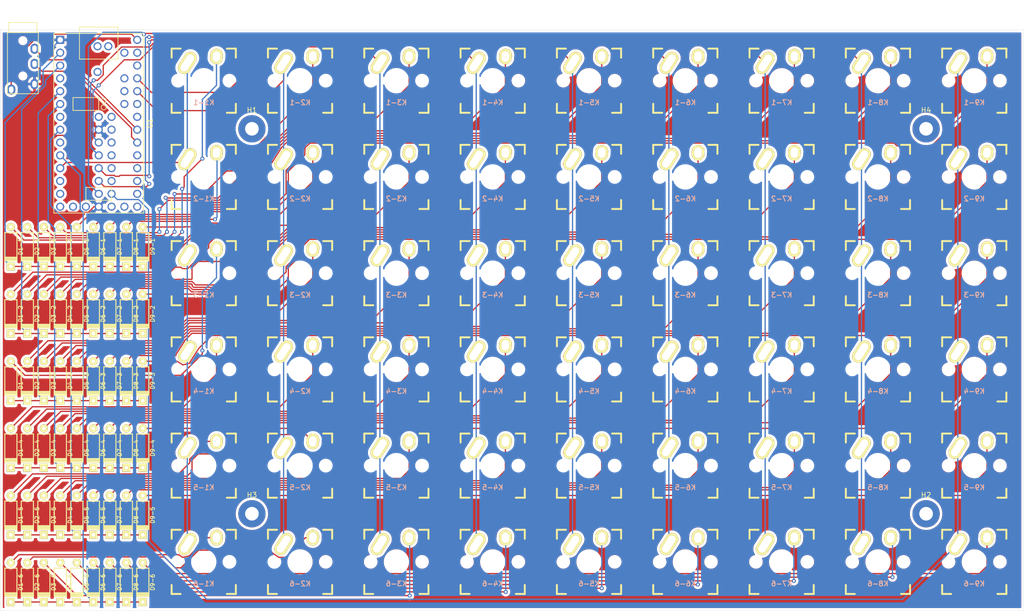
<source format=kicad_pcb>
(kicad_pcb (version 20171130) (host pcbnew "(5.1.9)-1")
  (layers (0 F.Cu signal) (31 B.Cu signal) (34 B.Paste user) (35 F.Paste user) (36 B.SilkS user) (37 F.SilkS user) (38 B.Mask user) (39 F.Mask user) (44 Edge.Cuts user))
  (net 0 "")
  (net 1 "Net-(D1-1-Pad2)")
  (net 2 row1)
  (net 3 row2)
  (net 4 "Net-(D1-2-Pad2)")
  (net 5 "Net-(D1-3-Pad2)")
  (net 6 row3)
  (net 7 row4)
  (net 8 "Net-(D1-4-Pad2)")
  (net 9 "Net-(D1-5-Pad2)")
  (net 10 row5)
  (net 11 row6)
  (net 12 "Net-(D1-6-Pad2)")
  (net 13 "Net-(D2-1-Pad2)")
  (net 14 "Net-(D2-2-Pad2)")
  (net 15 "Net-(D2-3-Pad2)")
  (net 16 "Net-(D2-4-Pad2)")
  (net 17 "Net-(D2-5-Pad2)")
  (net 18 "Net-(D2-6-Pad2)")
  (net 19 "Net-(D3-1-Pad2)")
  (net 20 "Net-(D3-2-Pad2)")
  (net 21 "Net-(D3-3-Pad2)")
  (net 22 "Net-(D3-4-Pad2)")
  (net 23 "Net-(D3-5-Pad2)")
  (net 24 "Net-(D3-6-Pad2)")
  (net 25 "Net-(D4-1-Pad2)")
  (net 26 "Net-(D4-2-Pad2)")
  (net 27 "Net-(D4-3-Pad2)")
  (net 28 "Net-(D4-4-Pad2)")
  (net 29 "Net-(D4-5-Pad2)")
  (net 30 "Net-(D4-6-Pad2)")
  (net 31 "Net-(D5-1-Pad2)")
  (net 32 "Net-(D5-2-Pad2)")
  (net 33 "Net-(D5-3-Pad2)")
  (net 34 "Net-(D5-4-Pad2)")
  (net 35 "Net-(D5-5-Pad2)")
  (net 36 "Net-(D5-6-Pad2)")
  (net 37 "Net-(D6-1-Pad2)")
  (net 38 "Net-(D6-2-Pad2)")
  (net 39 "Net-(D6-3-Pad2)")
  (net 40 "Net-(D6-4-Pad2)")
  (net 41 "Net-(D6-5-Pad2)")
  (net 42 "Net-(D6-6-Pad2)")
  (net 43 "Net-(D7-1-Pad2)")
  (net 44 "Net-(D7-2-Pad2)")
  (net 45 "Net-(D7-3-Pad2)")
  (net 46 "Net-(D7-4-Pad2)")
  (net 47 "Net-(D7-5-Pad2)")
  (net 48 "Net-(D7-6-Pad2)")
  (net 49 "Net-(D8-1-Pad2)")
  (net 50 "Net-(D8-2-Pad2)")
  (net 51 "Net-(D8-3-Pad2)")
  (net 52 "Net-(D8-4-Pad2)")
  (net 53 "Net-(D8-5-Pad2)")
  (net 54 "Net-(D8-6-Pad2)")
  (net 55 "Net-(D9-1-Pad2)")
  (net 56 "Net-(D9-2-Pad2)")
  (net 57 "Net-(D9-3-Pad2)")
  (net 58 "Net-(D9-4-Pad2)")
  (net 59 "Net-(D9-5-Pad2)")
  (net 60 "Net-(D9-6-Pad2)")
  (net 61 col1)
  (net 62 col2)
  (net 63 col3)
  (net 64 col4)
  (net 65 col5)
  (net 66 col6)
  (net 67 col7)
  (net 68 col8)
  (net 69 col9)
  (net 70 VCC)
  (net 71 GND)
  (net 72 SCL)
  (net 73 SDA)
  (net 74 "Net-(U1-Pad18)")
  (net 75 "Net-(U1-Pad19)")
  (net 76 "Net-(U1-Pad20)")
  (net 77 "Net-(U1-Pad16)")
  (net 78 "Net-(U1-Pad15)")
  (net 79 "Net-(U1-Pad14)")
  (net 80 "Net-(U1-Pad21)")
  (net 81 "Net-(U1-Pad22)")
  (net 82 "Net-(U1-Pad23)")
  (net 83 "Net-(U1-Pad24)")
  (net 84 "Net-(U1-Pad27)")
  (net 85 "Net-(U1-Pad28)")
  (net 86 "Net-(U1-Pad31)")
  (net 87 "Net-(U1-Pad32)")
  (net 88 "Net-(U1-Pad34)")
  (net 89 "Net-(U1-Pad35)")
  (net 90 "Net-(U1-Pad36)")
  (net 91 "Net-(U1-Pad37)")
  (net 92 "Net-(U1-Pad13)")
  (net 93 "Net-(U1-Pad12)")
  (net 94 "Net-(U1-Pad9)")
  (net 95 "Net-(U1-Pad7)")
  (net 96 "Net-(U1-Pad4)")
  (net 97 "Net-(U1-Pad39)")
  (net 98 "Net-(U1-Pad40)")
  (net 99 "Net-(U1-Pad46)")
  (net 100 "Net-(U1-Pad45)")
  (net 101 "Net-(U1-Pad44)")
  (net 102 "Net-(U1-Pad43)")
  (net 103 "Net-(U1-Pad42)")
  (net 104 "Net-(U1-Pad41)")
  (net 105 "Net-(U1-Pad38)")
  (net 106 "Net-(U1-Pad54)")
  (module keebs:Mx_Alps_100 (layer F.Cu) (at 161.925 47.625)
    (fp_text reference K4-2 (at 0 4.318) (layer B.SilkS) (effects (font (thickness 0.2)) (justify mirror)))
    (fp_text value KEYSW hide)
    (pad 2 thru_hole oval (at 2.52 -4.79 356.1) (size 2.5 3.08) (drill oval 1.5 2.08) (layers *.Cu *.Mask F.SilkS) (net 26 "Net-(D4-2-Pad2)"))
    (pad 1 thru_hole oval (at -3.255 -3.52 327.5) (size 2.5 4.75) (drill oval 1.5 3.75) (layers *.Cu *.Mask F.SilkS) (net 64 col4))
    (pad "" np_thru_hole circle (at 5.08 0) (size 1.7018 1.7018) (drill 1.7018) (layers *.Cu *.Mask))
    (pad "" np_thru_hole circle (at -5.08 0) (size 1.7018 1.7018) (drill 1.7018) (layers *.Cu *.Mask))
    (pad "" np_thru_hole circle (at 0 0) (size 3.9878 3.9878) (drill 3.9878) (layers *.Cu *.Mask))
  )
  (module keebs:Mx_Alps_100 (layer F.Cu) (at 219.075 123.825)
    (fp_text reference K7-6 (at 0 4.318) (layer B.SilkS) (effects (font (thickness 0.2)) (justify mirror)))
    (fp_text value KEYSW hide)
    (pad "" np_thru_hole circle (at 0 0) (size 3.9878 3.9878) (drill 3.9878) (layers *.Cu *.Mask))
    (pad "" np_thru_hole circle (at -5.08 0) (size 1.7018 1.7018) (drill 1.7018) (layers *.Cu *.Mask))
    (pad "" np_thru_hole circle (at 5.08 0) (size 1.7018 1.7018) (drill 1.7018) (layers *.Cu *.Mask))
    (pad 1 thru_hole oval (at -3.255 -3.52 327.5) (size 2.5 4.75) (drill oval 1.5 3.75) (layers *.Cu *.Mask F.SilkS) (net 67 col7))
    (pad 2 thru_hole oval (at 2.52 -4.79 356.1) (size 2.5 3.08) (drill oval 1.5 2.08) (layers *.Cu *.Mask F.SilkS) (net 48 "Net-(D7-6-Pad2)"))
  )
  (module keebs:Mx_Alps_100 (layer F.Cu) (at 219.075 85.725)
    (fp_text reference K7-4 (at 0 4.318) (layer B.SilkS) (effects (font (thickness 0.2)) (justify mirror)))
    (fp_text value KEYSW hide)
    (pad "" np_thru_hole circle (at 0 0) (size 3.9878 3.9878) (drill 3.9878) (layers *.Cu *.Mask))
    (pad "" np_thru_hole circle (at -5.08 0) (size 1.7018 1.7018) (drill 1.7018) (layers *.Cu *.Mask))
    (pad "" np_thru_hole circle (at 5.08 0) (size 1.7018 1.7018) (drill 1.7018) (layers *.Cu *.Mask))
    (pad 1 thru_hole oval (at -3.255 -3.52 327.5) (size 2.5 4.75) (drill oval 1.5 3.75) (layers *.Cu *.Mask F.SilkS) (net 67 col7))
    (pad 2 thru_hole oval (at 2.52 -4.79 356.1) (size 2.5 3.08) (drill oval 1.5 2.08) (layers *.Cu *.Mask F.SilkS) (net 46 "Net-(D7-4-Pad2)"))
  )
  (module keyboard_parts:D_axial (layer F.Cu) (at 66.625 61.4375 90)
    (fp_text reference D1-1 (at 0 1.925 90) (layer F.SilkS) (effects (font (size 0.8 0.8))))
    (fp_text value D hide)
    (pad 2 thru_hole circle (at 3.9 0 90) (size 1.6 1.6) (drill 0.7) (layers *.Cu *.Mask F.SilkS) (net 1 "Net-(D1-1-Pad2)"))
    (pad 1 thru_hole rect (at -3.9 0 90) (size 1.6 1.6) (drill 0.7) (layers *.Cu *.Mask F.SilkS) (net 2 row1))
  )
  (module keyboard_parts:D_axial (layer F.Cu) (at 66.625 74.725 90)
    (fp_text reference D1-2 (at 0 1.925 90) (layer F.SilkS) (effects (font (size 0.8 0.8))))
    (fp_text value D hide)
    (pad 1 thru_hole rect (at -3.9 0 90) (size 1.6 1.6) (drill 0.7) (layers *.Cu *.Mask F.SilkS) (net 3 row2))
    (pad 2 thru_hole circle (at 3.9 0 90) (size 1.6 1.6) (drill 0.7) (layers *.Cu *.Mask F.SilkS) (net 4 "Net-(D1-2-Pad2)"))
  )
  (module keyboard_parts:D_axial (layer F.Cu) (at 66.625 88.0125 90)
    (fp_text reference D1-3 (at 0 1.925 90) (layer F.SilkS) (effects (font (size 0.8 0.8))))
    (fp_text value D hide)
    (pad 2 thru_hole circle (at 3.9 0 90) (size 1.6 1.6) (drill 0.7) (layers *.Cu *.Mask F.SilkS) (net 5 "Net-(D1-3-Pad2)"))
    (pad 1 thru_hole rect (at -3.9 0 90) (size 1.6 1.6) (drill 0.7) (layers *.Cu *.Mask F.SilkS) (net 6 row3))
  )
  (module keyboard_parts:D_axial (layer F.Cu) (at 66.625 101.3 90)
    (fp_text reference D1-4 (at 0 1.925 90) (layer F.SilkS) (effects (font (size 0.8 0.8))))
    (fp_text value D hide)
    (pad 1 thru_hole rect (at -3.9 0 90) (size 1.6 1.6) (drill 0.7) (layers *.Cu *.Mask F.SilkS) (net 7 row4))
    (pad 2 thru_hole circle (at 3.9 0 90) (size 1.6 1.6) (drill 0.7) (layers *.Cu *.Mask F.SilkS) (net 8 "Net-(D1-4-Pad2)"))
  )
  (module keyboard_parts:D_axial (layer F.Cu) (at 66.625 114.5875 90)
    (fp_text reference D1-5 (at 0 1.925 90) (layer F.SilkS) (effects (font (size 0.8 0.8))))
    (fp_text value D hide)
    (pad 2 thru_hole circle (at 3.9 0 90) (size 1.6 1.6) (drill 0.7) (layers *.Cu *.Mask F.SilkS) (net 9 "Net-(D1-5-Pad2)"))
    (pad 1 thru_hole rect (at -3.9 0 90) (size 1.6 1.6) (drill 0.7) (layers *.Cu *.Mask F.SilkS) (net 10 row5))
  )
  (module keyboard_parts:D_axial (layer F.Cu) (at 66.625 127.875 90)
    (fp_text reference D1-6 (at 0 1.925 90) (layer F.SilkS) (effects (font (size 0.8 0.8))))
    (fp_text value D hide)
    (pad 1 thru_hole rect (at -3.9 0 90) (size 1.6 1.6) (drill 0.7) (layers *.Cu *.Mask F.SilkS) (net 11 row6))
    (pad 2 thru_hole circle (at 3.9 0 90) (size 1.6 1.6) (drill 0.7) (layers *.Cu *.Mask F.SilkS) (net 12 "Net-(D1-6-Pad2)"))
  )
  (module keyboard_parts:D_axial (layer F.Cu) (at 69.8875 61.4375 90)
    (fp_text reference D2-1 (at 0 1.925 90) (layer F.SilkS) (effects (font (size 0.8 0.8))))
    (fp_text value D hide)
    (pad 2 thru_hole circle (at 3.9 0 90) (size 1.6 1.6) (drill 0.7) (layers *.Cu *.Mask F.SilkS) (net 13 "Net-(D2-1-Pad2)"))
    (pad 1 thru_hole rect (at -3.9 0 90) (size 1.6 1.6) (drill 0.7) (layers *.Cu *.Mask F.SilkS) (net 2 row1))
  )
  (module keyboard_parts:D_axial (layer F.Cu) (at 69.8875 74.725 90)
    (fp_text reference D2-2 (at 0 1.925 90) (layer F.SilkS) (effects (font (size 0.8 0.8))))
    (fp_text value D hide)
    (pad 1 thru_hole rect (at -3.9 0 90) (size 1.6 1.6) (drill 0.7) (layers *.Cu *.Mask F.SilkS) (net 3 row2))
    (pad 2 thru_hole circle (at 3.9 0 90) (size 1.6 1.6) (drill 0.7) (layers *.Cu *.Mask F.SilkS) (net 14 "Net-(D2-2-Pad2)"))
  )
  (module keyboard_parts:D_axial (layer F.Cu) (at 69.8875 88.0125 90)
    (fp_text reference D2-3 (at 0 1.925 90) (layer F.SilkS) (effects (font (size 0.8 0.8))))
    (fp_text value D hide)
    (pad 2 thru_hole circle (at 3.9 0 90) (size 1.6 1.6) (drill 0.7) (layers *.Cu *.Mask F.SilkS) (net 15 "Net-(D2-3-Pad2)"))
    (pad 1 thru_hole rect (at -3.9 0 90) (size 1.6 1.6) (drill 0.7) (layers *.Cu *.Mask F.SilkS) (net 6 row3))
  )
  (module keyboard_parts:D_axial (layer F.Cu) (at 69.8875 101.3 90)
    (fp_text reference D2-4 (at 0 1.925 90) (layer F.SilkS) (effects (font (size 0.8 0.8))))
    (fp_text value D hide)
    (pad 1 thru_hole rect (at -3.9 0 90) (size 1.6 1.6) (drill 0.7) (layers *.Cu *.Mask F.SilkS) (net 7 row4))
    (pad 2 thru_hole circle (at 3.9 0 90) (size 1.6 1.6) (drill 0.7) (layers *.Cu *.Mask F.SilkS) (net 16 "Net-(D2-4-Pad2)"))
  )
  (module keyboard_parts:D_axial (layer F.Cu) (at 69.8875 114.5875 90)
    (fp_text reference D2-5 (at 0 1.925 90) (layer F.SilkS) (effects (font (size 0.8 0.8))))
    (fp_text value D hide)
    (pad 2 thru_hole circle (at 3.9 0 90) (size 1.6 1.6) (drill 0.7) (layers *.Cu *.Mask F.SilkS) (net 17 "Net-(D2-5-Pad2)"))
    (pad 1 thru_hole rect (at -3.9 0 90) (size 1.6 1.6) (drill 0.7) (layers *.Cu *.Mask F.SilkS) (net 10 row5))
  )
  (module keyboard_parts:D_axial (layer F.Cu) (at 69.8875 127.875 90)
    (fp_text reference D2-6 (at 0 1.925 90) (layer F.SilkS) (effects (font (size 0.8 0.8))))
    (fp_text value D hide)
    (pad 1 thru_hole rect (at -3.9 0 90) (size 1.6 1.6) (drill 0.7) (layers *.Cu *.Mask F.SilkS) (net 11 row6))
    (pad 2 thru_hole circle (at 3.9 0 90) (size 1.6 1.6) (drill 0.7) (layers *.Cu *.Mask F.SilkS) (net 18 "Net-(D2-6-Pad2)"))
  )
  (module keyboard_parts:D_axial (layer F.Cu) (at 73.15 61.4375 90)
    (fp_text reference D3-1 (at 0 1.925 90) (layer F.SilkS) (effects (font (size 0.8 0.8))))
    (fp_text value D hide)
    (pad 1 thru_hole rect (at -3.9 0 90) (size 1.6 1.6) (drill 0.7) (layers *.Cu *.Mask F.SilkS) (net 2 row1))
    (pad 2 thru_hole circle (at 3.9 0 90) (size 1.6 1.6) (drill 0.7) (layers *.Cu *.Mask F.SilkS) (net 19 "Net-(D3-1-Pad2)"))
  )
  (module keyboard_parts:D_axial (layer F.Cu) (at 73.15 74.725 90)
    (fp_text reference D3-2 (at 0 1.925 90) (layer F.SilkS) (effects (font (size 0.8 0.8))))
    (fp_text value D hide)
    (pad 2 thru_hole circle (at 3.9 0 90) (size 1.6 1.6) (drill 0.7) (layers *.Cu *.Mask F.SilkS) (net 20 "Net-(D3-2-Pad2)"))
    (pad 1 thru_hole rect (at -3.9 0 90) (size 1.6 1.6) (drill 0.7) (layers *.Cu *.Mask F.SilkS) (net 3 row2))
  )
  (module keyboard_parts:D_axial (layer F.Cu) (at 73.15 88.0125 90)
    (fp_text reference D3-3 (at 0 1.925 90) (layer F.SilkS) (effects (font (size 0.8 0.8))))
    (fp_text value D hide)
    (pad 1 thru_hole rect (at -3.9 0 90) (size 1.6 1.6) (drill 0.7) (layers *.Cu *.Mask F.SilkS) (net 6 row3))
    (pad 2 thru_hole circle (at 3.9 0 90) (size 1.6 1.6) (drill 0.7) (layers *.Cu *.Mask F.SilkS) (net 21 "Net-(D3-3-Pad2)"))
  )
  (module keyboard_parts:D_axial (layer F.Cu) (at 73.15 101.3 90)
    (fp_text reference D3-4 (at 0 1.925 90) (layer F.SilkS) (effects (font (size 0.8 0.8))))
    (fp_text value D hide)
    (pad 2 thru_hole circle (at 3.9 0 90) (size 1.6 1.6) (drill 0.7) (layers *.Cu *.Mask F.SilkS) (net 22 "Net-(D3-4-Pad2)"))
    (pad 1 thru_hole rect (at -3.9 0 90) (size 1.6 1.6) (drill 0.7) (layers *.Cu *.Mask F.SilkS) (net 7 row4))
  )
  (module keyboard_parts:D_axial (layer F.Cu) (at 73.15 114.5875 90)
    (fp_text reference D3-5 (at 0 1.925 90) (layer F.SilkS) (effects (font (size 0.8 0.8))))
    (fp_text value D hide)
    (pad 1 thru_hole rect (at -3.9 0 90) (size 1.6 1.6) (drill 0.7) (layers *.Cu *.Mask F.SilkS) (net 10 row5))
    (pad 2 thru_hole circle (at 3.9 0 90) (size 1.6 1.6) (drill 0.7) (layers *.Cu *.Mask F.SilkS) (net 23 "Net-(D3-5-Pad2)"))
  )
  (module keyboard_parts:D_axial (layer F.Cu) (at 73.15 127.875 90)
    (fp_text reference D3-6 (at 0 1.925 90) (layer F.SilkS) (effects (font (size 0.8 0.8))))
    (fp_text value D hide)
    (pad 2 thru_hole circle (at 3.9 0 90) (size 1.6 1.6) (drill 0.7) (layers *.Cu *.Mask F.SilkS) (net 24 "Net-(D3-6-Pad2)"))
    (pad 1 thru_hole rect (at -3.9 0 90) (size 1.6 1.6) (drill 0.7) (layers *.Cu *.Mask F.SilkS) (net 11 row6))
  )
  (module keyboard_parts:D_axial (layer F.Cu) (at 76.4125 61.4375 90)
    (fp_text reference D4-1 (at 0 1.925 90) (layer F.SilkS) (effects (font (size 0.8 0.8))))
    (fp_text value D hide)
    (pad 1 thru_hole rect (at -3.9 0 90) (size 1.6 1.6) (drill 0.7) (layers *.Cu *.Mask F.SilkS) (net 2 row1))
    (pad 2 thru_hole circle (at 3.9 0 90) (size 1.6 1.6) (drill 0.7) (layers *.Cu *.Mask F.SilkS) (net 25 "Net-(D4-1-Pad2)"))
  )
  (module keyboard_parts:D_axial (layer F.Cu) (at 76.4125 74.725 90)
    (fp_text reference D4-2 (at 0 1.925 90) (layer F.SilkS) (effects (font (size 0.8 0.8))))
    (fp_text value D hide)
    (pad 2 thru_hole circle (at 3.9 0 90) (size 1.6 1.6) (drill 0.7) (layers *.Cu *.Mask F.SilkS) (net 26 "Net-(D4-2-Pad2)"))
    (pad 1 thru_hole rect (at -3.9 0 90) (size 1.6 1.6) (drill 0.7) (layers *.Cu *.Mask F.SilkS) (net 3 row2))
  )
  (module keyboard_parts:D_axial (layer F.Cu) (at 76.4125 88.0125 90)
    (fp_text reference D4-3 (at 0 1.925 90) (layer F.SilkS) (effects (font (size 0.8 0.8))))
    (fp_text value D hide)
    (pad 1 thru_hole rect (at -3.9 0 90) (size 1.6 1.6) (drill 0.7) (layers *.Cu *.Mask F.SilkS) (net 6 row3))
    (pad 2 thru_hole circle (at 3.9 0 90) (size 1.6 1.6) (drill 0.7) (layers *.Cu *.Mask F.SilkS) (net 27 "Net-(D4-3-Pad2)"))
  )
  (module keyboard_parts:D_axial (layer F.Cu) (at 76.4125 101.3 90)
    (fp_text reference D4-4 (at 0 1.925 90) (layer F.SilkS) (effects (font (size 0.8 0.8))))
    (fp_text value D hide)
    (pad 2 thru_hole circle (at 3.9 0 90) (size 1.6 1.6) (drill 0.7) (layers *.Cu *.Mask F.SilkS) (net 28 "Net-(D4-4-Pad2)"))
    (pad 1 thru_hole rect (at -3.9 0 90) (size 1.6 1.6) (drill 0.7) (layers *.Cu *.Mask F.SilkS) (net 7 row4))
  )
  (module keyboard_parts:D_axial (layer F.Cu) (at 76.4125 114.5875 90)
    (fp_text reference D4-5 (at 0 1.925 90) (layer F.SilkS) (effects (font (size 0.8 0.8))))
    (fp_text value D hide)
    (pad 1 thru_hole rect (at -3.9 0 90) (size 1.6 1.6) (drill 0.7) (layers *.Cu *.Mask F.SilkS) (net 10 row5))
    (pad 2 thru_hole circle (at 3.9 0 90) (size 1.6 1.6) (drill 0.7) (layers *.Cu *.Mask F.SilkS) (net 29 "Net-(D4-5-Pad2)"))
  )
  (module keyboard_parts:D_axial (layer F.Cu) (at 76.4125 127.875 90)
    (fp_text reference D4-6 (at 0 1.925 90) (layer F.SilkS) (effects (font (size 0.8 0.8))))
    (fp_text value D hide)
    (pad 2 thru_hole circle (at 3.9 0 90) (size 1.6 1.6) (drill 0.7) (layers *.Cu *.Mask F.SilkS) (net 30 "Net-(D4-6-Pad2)"))
    (pad 1 thru_hole rect (at -3.9 0 90) (size 1.6 1.6) (drill 0.7) (layers *.Cu *.Mask F.SilkS) (net 11 row6))
  )
  (module keyboard_parts:D_axial (layer F.Cu) (at 79.675 61.4375 90)
    (fp_text reference D5-1 (at 0 1.925 90) (layer F.SilkS) (effects (font (size 0.8 0.8))))
    (fp_text value D hide)
    (pad 1 thru_hole rect (at -3.9 0 90) (size 1.6 1.6) (drill 0.7) (layers *.Cu *.Mask F.SilkS) (net 2 row1))
    (pad 2 thru_hole circle (at 3.9 0 90) (size 1.6 1.6) (drill 0.7) (layers *.Cu *.Mask F.SilkS) (net 31 "Net-(D5-1-Pad2)"))
  )
  (module keyboard_parts:D_axial (layer F.Cu) (at 79.675 74.725 90)
    (fp_text reference D5-2 (at 0 1.925 90) (layer F.SilkS) (effects (font (size 0.8 0.8))))
    (fp_text value D hide)
    (pad 2 thru_hole circle (at 3.9 0 90) (size 1.6 1.6) (drill 0.7) (layers *.Cu *.Mask F.SilkS) (net 32 "Net-(D5-2-Pad2)"))
    (pad 1 thru_hole rect (at -3.9 0 90) (size 1.6 1.6) (drill 0.7) (layers *.Cu *.Mask F.SilkS) (net 3 row2))
  )
  (module keyboard_parts:D_axial (layer F.Cu) (at 79.675 88.0125 90)
    (fp_text reference D5-3 (at 0 1.925 90) (layer F.SilkS) (effects (font (size 0.8 0.8))))
    (fp_text value D hide)
    (pad 1 thru_hole rect (at -3.9 0 90) (size 1.6 1.6) (drill 0.7) (layers *.Cu *.Mask F.SilkS) (net 6 row3))
    (pad 2 thru_hole circle (at 3.9 0 90) (size 1.6 1.6) (drill 0.7) (layers *.Cu *.Mask F.SilkS) (net 33 "Net-(D5-3-Pad2)"))
  )
  (module keyboard_parts:D_axial (layer F.Cu) (at 79.675 101.3 90)
    (fp_text reference D5-4 (at 0 1.925 90) (layer F.SilkS) (effects (font (size 0.8 0.8))))
    (fp_text value D hide)
    (pad 2 thru_hole circle (at 3.9 0 90) (size 1.6 1.6) (drill 0.7) (layers *.Cu *.Mask F.SilkS) (net 34 "Net-(D5-4-Pad2)"))
    (pad 1 thru_hole rect (at -3.9 0 90) (size 1.6 1.6) (drill 0.7) (layers *.Cu *.Mask F.SilkS) (net 7 row4))
  )
  (module keyboard_parts:D_axial (layer F.Cu) (at 79.675 114.5875 90)
    (fp_text reference D5-5 (at 0 1.925 90) (layer F.SilkS) (effects (font (size 0.8 0.8))))
    (fp_text value D hide)
    (pad 1 thru_hole rect (at -3.9 0 90) (size 1.6 1.6) (drill 0.7) (layers *.Cu *.Mask F.SilkS) (net 10 row5))
    (pad 2 thru_hole circle (at 3.9 0 90) (size 1.6 1.6) (drill 0.7) (layers *.Cu *.Mask F.SilkS) (net 35 "Net-(D5-5-Pad2)"))
  )
  (module keyboard_parts:D_axial (layer F.Cu) (at 79.675 127.875 90)
    (fp_text reference D5-6 (at 0 1.925 90) (layer F.SilkS) (effects (font (size 0.8 0.8))))
    (fp_text value D hide)
    (pad 2 thru_hole circle (at 3.9 0 90) (size 1.6 1.6) (drill 0.7) (layers *.Cu *.Mask F.SilkS) (net 36 "Net-(D5-6-Pad2)"))
    (pad 1 thru_hole rect (at -3.9 0 90) (size 1.6 1.6) (drill 0.7) (layers *.Cu *.Mask F.SilkS) (net 11 row6))
  )
  (module keyboard_parts:D_axial (layer F.Cu) (at 82.9375 61.4375 90)
    (fp_text reference D6-1 (at 0 1.925 90) (layer F.SilkS) (effects (font (size 0.8 0.8))))
    (fp_text value D hide)
    (pad 2 thru_hole circle (at 3.9 0 90) (size 1.6 1.6) (drill 0.7) (layers *.Cu *.Mask F.SilkS) (net 37 "Net-(D6-1-Pad2)"))
    (pad 1 thru_hole rect (at -3.9 0 90) (size 1.6 1.6) (drill 0.7) (layers *.Cu *.Mask F.SilkS) (net 2 row1))
  )
  (module keyboard_parts:D_axial (layer F.Cu) (at 82.9375 74.725 90)
    (fp_text reference D6-2 (at 0 1.925 90) (layer F.SilkS) (effects (font (size 0.8 0.8))))
    (fp_text value D hide)
    (pad 1 thru_hole rect (at -3.9 0 90) (size 1.6 1.6) (drill 0.7) (layers *.Cu *.Mask F.SilkS) (net 3 row2))
    (pad 2 thru_hole circle (at 3.9 0 90) (size 1.6 1.6) (drill 0.7) (layers *.Cu *.Mask F.SilkS) (net 38 "Net-(D6-2-Pad2)"))
  )
  (module keyboard_parts:D_axial (layer F.Cu) (at 82.9375 88.0125 90)
    (fp_text reference D6-3 (at 0 1.925 90) (layer F.SilkS) (effects (font (size 0.8 0.8))))
    (fp_text value D hide)
    (pad 2 thru_hole circle (at 3.9 0 90) (size 1.6 1.6) (drill 0.7) (layers *.Cu *.Mask F.SilkS) (net 39 "Net-(D6-3-Pad2)"))
    (pad 1 thru_hole rect (at -3.9 0 90) (size 1.6 1.6) (drill 0.7) (layers *.Cu *.Mask F.SilkS) (net 6 row3))
  )
  (module keyboard_parts:D_axial (layer F.Cu) (at 82.9375 101.3 90)
    (fp_text reference D6-4 (at 0 1.925 90) (layer F.SilkS) (effects (font (size 0.8 0.8))))
    (fp_text value D hide)
    (pad 1 thru_hole rect (at -3.9 0 90) (size 1.6 1.6) (drill 0.7) (layers *.Cu *.Mask F.SilkS) (net 7 row4))
    (pad 2 thru_hole circle (at 3.9 0 90) (size 1.6 1.6) (drill 0.7) (layers *.Cu *.Mask F.SilkS) (net 40 "Net-(D6-4-Pad2)"))
  )
  (module keyboard_parts:D_axial (layer F.Cu) (at 82.9375 114.5875 90)
    (fp_text reference D6-5 (at 0 1.925 90) (layer F.SilkS) (effects (font (size 0.8 0.8))))
    (fp_text value D hide)
    (pad 2 thru_hole circle (at 3.9 0 90) (size 1.6 1.6) (drill 0.7) (layers *.Cu *.Mask F.SilkS) (net 41 "Net-(D6-5-Pad2)"))
    (pad 1 thru_hole rect (at -3.9 0 90) (size 1.6 1.6) (drill 0.7) (layers *.Cu *.Mask F.SilkS) (net 10 row5))
  )
  (module keyboard_parts:D_axial (layer F.Cu) (at 82.9375 127.875 90)
    (fp_text reference D6-6 (at 0 1.925 90) (layer F.SilkS) (effects (font (size 0.8 0.8))))
    (fp_text value D hide)
    (pad 1 thru_hole rect (at -3.9 0 90) (size 1.6 1.6) (drill 0.7) (layers *.Cu *.Mask F.SilkS) (net 11 row6))
    (pad 2 thru_hole circle (at 3.9 0 90) (size 1.6 1.6) (drill 0.7) (layers *.Cu *.Mask F.SilkS) (net 42 "Net-(D6-6-Pad2)"))
  )
  (module keyboard_parts:D_axial (layer F.Cu) (at 86.2 61.4375 90)
    (fp_text reference D7-1 (at 0 1.925 90) (layer F.SilkS) (effects (font (size 0.8 0.8))))
    (fp_text value D hide)
    (pad 2 thru_hole circle (at 3.9 0 90) (size 1.6 1.6) (drill 0.7) (layers *.Cu *.Mask F.SilkS) (net 43 "Net-(D7-1-Pad2)"))
    (pad 1 thru_hole rect (at -3.9 0 90) (size 1.6 1.6) (drill 0.7) (layers *.Cu *.Mask F.SilkS) (net 2 row1))
  )
  (module keyboard_parts:D_axial (layer F.Cu) (at 86.2 74.725 90)
    (fp_text reference D7-2 (at 0 1.925 90) (layer F.SilkS) (effects (font (size 0.8 0.8))))
    (fp_text value D hide)
    (pad 1 thru_hole rect (at -3.9 0 90) (size 1.6 1.6) (drill 0.7) (layers *.Cu *.Mask F.SilkS) (net 3 row2))
    (pad 2 thru_hole circle (at 3.9 0 90) (size 1.6 1.6) (drill 0.7) (layers *.Cu *.Mask F.SilkS) (net 44 "Net-(D7-2-Pad2)"))
  )
  (module keyboard_parts:D_axial (layer F.Cu) (at 86.2 88.0125 90)
    (fp_text reference D7-3 (at 0 1.925 90) (layer F.SilkS) (effects (font (size 0.8 0.8))))
    (fp_text value D hide)
    (pad 2 thru_hole circle (at 3.9 0 90) (size 1.6 1.6) (drill 0.7) (layers *.Cu *.Mask F.SilkS) (net 45 "Net-(D7-3-Pad2)"))
    (pad 1 thru_hole rect (at -3.9 0 90) (size 1.6 1.6) (drill 0.7) (layers *.Cu *.Mask F.SilkS) (net 6 row3))
  )
  (module keyboard_parts:D_axial (layer F.Cu) (at 86.2 101.3 90)
    (fp_text reference D7-4 (at 0 1.925 90) (layer F.SilkS) (effects (font (size 0.8 0.8))))
    (fp_text value D hide)
    (pad 1 thru_hole rect (at -3.9 0 90) (size 1.6 1.6) (drill 0.7) (layers *.Cu *.Mask F.SilkS) (net 7 row4))
    (pad 2 thru_hole circle (at 3.9 0 90) (size 1.6 1.6) (drill 0.7) (layers *.Cu *.Mask F.SilkS) (net 46 "Net-(D7-4-Pad2)"))
  )
  (module keyboard_parts:D_axial (layer F.Cu) (at 86.2 114.5875 90)
    (fp_text reference D7-5 (at 0 1.925 90) (layer F.SilkS) (effects (font (size 0.8 0.8))))
    (fp_text value D hide)
    (pad 2 thru_hole circle (at 3.9 0 90) (size 1.6 1.6) (drill 0.7) (layers *.Cu *.Mask F.SilkS) (net 47 "Net-(D7-5-Pad2)"))
    (pad 1 thru_hole rect (at -3.9 0 90) (size 1.6 1.6) (drill 0.7) (layers *.Cu *.Mask F.SilkS) (net 10 row5))
  )
  (module keyboard_parts:D_axial (layer F.Cu) (at 86.2 127.875 90)
    (fp_text reference D7-6 (at 0 1.925 90) (layer F.SilkS) (effects (font (size 0.8 0.8))))
    (fp_text value D hide)
    (pad 1 thru_hole rect (at -3.9 0 90) (size 1.6 1.6) (drill 0.7) (layers *.Cu *.Mask F.SilkS) (net 11 row6))
    (pad 2 thru_hole circle (at 3.9 0 90) (size 1.6 1.6) (drill 0.7) (layers *.Cu *.Mask F.SilkS) (net 48 "Net-(D7-6-Pad2)"))
  )
  (module keyboard_parts:D_axial (layer F.Cu) (at 89.4625 61.4375 90)
    (fp_text reference D8-1 (at 0 1.925 90) (layer F.SilkS) (effects (font (size 0.8 0.8))))
    (fp_text value D hide)
    (pad 1 thru_hole rect (at -3.9 0 90) (size 1.6 1.6) (drill 0.7) (layers *.Cu *.Mask F.SilkS) (net 2 row1))
    (pad 2 thru_hole circle (at 3.9 0 90) (size 1.6 1.6) (drill 0.7) (layers *.Cu *.Mask F.SilkS) (net 49 "Net-(D8-1-Pad2)"))
  )
  (module keyboard_parts:D_axial (layer F.Cu) (at 89.4625 74.725 90)
    (fp_text reference D8-2 (at 0 1.925 90) (layer F.SilkS) (effects (font (size 0.8 0.8))))
    (fp_text value D hide)
    (pad 2 thru_hole circle (at 3.9 0 90) (size 1.6 1.6) (drill 0.7) (layers *.Cu *.Mask F.SilkS) (net 50 "Net-(D8-2-Pad2)"))
    (pad 1 thru_hole rect (at -3.9 0 90) (size 1.6 1.6) (drill 0.7) (layers *.Cu *.Mask F.SilkS) (net 3 row2))
  )
  (module keyboard_parts:D_axial (layer F.Cu) (at 89.4625 88.0125 90)
    (fp_text reference D8-3 (at 0 1.925 90) (layer F.SilkS) (effects (font (size 0.8 0.8))))
    (fp_text value D hide)
    (pad 2 thru_hole circle (at 3.9 0 90) (size 1.6 1.6) (drill 0.7) (layers *.Cu *.Mask F.SilkS) (net 51 "Net-(D8-3-Pad2)"))
    (pad 1 thru_hole rect (at -3.9 0 90) (size 1.6 1.6) (drill 0.7) (layers *.Cu *.Mask F.SilkS) (net 6 row3))
  )
  (module keyboard_parts:D_axial (layer F.Cu) (at 89.4625 101.3 90)
    (fp_text reference D8-4 (at 0 1.925 90) (layer F.SilkS) (effects (font (size 0.8 0.8))))
    (fp_text value D hide)
    (pad 1 thru_hole rect (at -3.9 0 90) (size 1.6 1.6) (drill 0.7) (layers *.Cu *.Mask F.SilkS) (net 7 row4))
    (pad 2 thru_hole circle (at 3.9 0 90) (size 1.6 1.6) (drill 0.7) (layers *.Cu *.Mask F.SilkS) (net 52 "Net-(D8-4-Pad2)"))
  )
  (module keyboard_parts:D_axial (layer F.Cu) (at 89.4625 114.5875 90)
    (fp_text reference D8-5 (at 0 1.925 90) (layer F.SilkS) (effects (font (size 0.8 0.8))))
    (fp_text value D hide)
    (pad 2 thru_hole circle (at 3.9 0 90) (size 1.6 1.6) (drill 0.7) (layers *.Cu *.Mask F.SilkS) (net 53 "Net-(D8-5-Pad2)"))
    (pad 1 thru_hole rect (at -3.9 0 90) (size 1.6 1.6) (drill 0.7) (layers *.Cu *.Mask F.SilkS) (net 10 row5))
  )
  (module keyboard_parts:D_axial (layer F.Cu) (at 89.4625 127.875 90)
    (fp_text reference D8-6 (at 0 1.925 90) (layer F.SilkS) (effects (font (size 0.8 0.8))))
    (fp_text value D hide)
    (pad 1 thru_hole rect (at -3.9 0 90) (size 1.6 1.6) (drill 0.7) (layers *.Cu *.Mask F.SilkS) (net 11 row6))
    (pad 2 thru_hole circle (at 3.9 0 90) (size 1.6 1.6) (drill 0.7) (layers *.Cu *.Mask F.SilkS) (net 54 "Net-(D8-6-Pad2)"))
  )
  (module keyboard_parts:D_axial (layer F.Cu) (at 92.725 61.4375 90)
    (fp_text reference D9-1 (at 0 1.925 90) (layer F.SilkS) (effects (font (size 0.8 0.8))))
    (fp_text value D hide)
    (pad 2 thru_hole circle (at 3.9 0 90) (size 1.6 1.6) (drill 0.7) (layers *.Cu *.Mask F.SilkS) (net 55 "Net-(D9-1-Pad2)"))
    (pad 1 thru_hole rect (at -3.9 0 90) (size 1.6 1.6) (drill 0.7) (layers *.Cu *.Mask F.SilkS) (net 2 row1))
  )
  (module keyboard_parts:D_axial (layer F.Cu) (at 92.725 74.725 90)
    (fp_text reference D9-2 (at 0 1.925 90) (layer F.SilkS) (effects (font (size 0.8 0.8))))
    (fp_text value D hide)
    (pad 1 thru_hole rect (at -3.9 0 90) (size 1.6 1.6) (drill 0.7) (layers *.Cu *.Mask F.SilkS) (net 3 row2))
    (pad 2 thru_hole circle (at 3.9 0 90) (size 1.6 1.6) (drill 0.7) (layers *.Cu *.Mask F.SilkS) (net 56 "Net-(D9-2-Pad2)"))
  )
  (module keyboard_parts:D_axial (layer F.Cu) (at 92.725 88.0125 90)
    (fp_text reference D9-3 (at 0 1.925 90) (layer F.SilkS) (effects (font (size 0.8 0.8))))
    (fp_text value D hide)
    (pad 2 thru_hole circle (at 3.9 0 90) (size 1.6 1.6) (drill 0.7) (layers *.Cu *.Mask F.SilkS) (net 57 "Net-(D9-3-Pad2)"))
    (pad 1 thru_hole rect (at -3.9 0 90) (size 1.6 1.6) (drill 0.7) (layers *.Cu *.Mask F.SilkS) (net 6 row3))
  )
  (module keyboard_parts:D_axial (layer F.Cu) (at 92.725 101.3 90)
    (fp_text reference D9-4 (at 0 1.925 90) (layer F.SilkS) (effects (font (size 0.8 0.8))))
    (fp_text value D hide)
    (pad 1 thru_hole rect (at -3.9 0 90) (size 1.6 1.6) (drill 0.7) (layers *.Cu *.Mask F.SilkS) (net 7 row4))
    (pad 2 thru_hole circle (at 3.9 0 90) (size 1.6 1.6) (drill 0.7) (layers *.Cu *.Mask F.SilkS) (net 58 "Net-(D9-4-Pad2)"))
  )
  (module keyboard_parts:D_axial (layer F.Cu) (at 92.725 114.5875 90)
    (fp_text reference D9-5 (at 0 1.925 90) (layer F.SilkS) (effects (font (size 0.8 0.8))))
    (fp_text value D hide)
    (pad 2 thru_hole circle (at 3.9 0 90) (size 1.6 1.6) (drill 0.7) (layers *.Cu *.Mask F.SilkS) (net 59 "Net-(D9-5-Pad2)"))
    (pad 1 thru_hole rect (at -3.9 0 90) (size 1.6 1.6) (drill 0.7) (layers *.Cu *.Mask F.SilkS) (net 10 row5))
  )
  (module keyboard_parts:D_axial (layer F.Cu) (at 92.725 127.875 90)
    (fp_text reference D9-6 (at 0 1.925 90) (layer F.SilkS) (effects (font (size 0.8 0.8))))
    (fp_text value D hide)
    (pad 1 thru_hole rect (at -3.9 0 90) (size 1.6 1.6) (drill 0.7) (layers *.Cu *.Mask F.SilkS) (net 11 row6))
    (pad 2 thru_hole circle (at 3.9 0 90) (size 1.6 1.6) (drill 0.7) (layers *.Cu *.Mask F.SilkS) (net 60 "Net-(D9-6-Pad2)"))
  )
  (module MountingHole:MountingHole_2.7mm_M2.5_Pad (layer F.Cu) (at 114.3 38.1)
    (fp_text reference H1 (at 0 -3.7) (layer F.SilkS))
    (fp_text value MountingHole)
    (pad 1 thru_hole circle (at 0 0) (size 5.4 5.4) (drill 2.7) (layers *.Cu *.Mask))
  )
  (module MountingHole:MountingHole_2.7mm_M2.5_Pad (layer F.Cu) (at 247.65 114.3)
    (fp_text reference H2 (at 0 -3.7) (layer F.SilkS))
    (fp_text value MountingHole)
    (pad 1 thru_hole circle (at 0 0) (size 5.4 5.4) (drill 2.7) (layers *.Cu *.Mask))
  )
  (module MountingHole:MountingHole_2.7mm_M2.5_Pad (layer F.Cu) (at 114.3 114.3)
    (fp_text reference H3 (at 0 -3.7) (layer F.SilkS))
    (fp_text value MountingHole)
    (pad 1 thru_hole circle (at 0 0) (size 5.4 5.4) (drill 2.7) (layers *.Cu *.Mask))
  )
  (module MountingHole:MountingHole_2.7mm_M2.5_Pad (layer F.Cu) (at 247.65 38.1)
    (fp_text reference H4 (at 0 -3.7) (layer F.SilkS))
    (fp_text value MountingHole)
    (pad 1 thru_hole circle (at 0 0) (size 5.4 5.4) (drill 2.7) (layers *.Cu *.Mask))
  )
  (module keebs:Mx_Alps_100 (layer F.Cu) (at 104.775 28.575)
    (fp_text reference K1-1 (at 0 4.318) (layer B.SilkS) (effects (font (thickness 0.2)) (justify mirror)))
    (fp_text value KEYSW hide)
    (pad 2 thru_hole oval (at 2.52 -4.79 356.1) (size 2.5 3.08) (drill oval 1.5 2.08) (layers *.Cu *.Mask F.SilkS) (net 1 "Net-(D1-1-Pad2)"))
    (pad 1 thru_hole oval (at -3.255 -3.52 327.5) (size 2.5 4.75) (drill oval 1.5 3.75) (layers *.Cu *.Mask F.SilkS) (net 61 col1))
    (pad "" np_thru_hole circle (at 5.08 0) (size 1.7018 1.7018) (drill 1.7018) (layers *.Cu *.Mask))
    (pad "" np_thru_hole circle (at -5.08 0) (size 1.7018 1.7018) (drill 1.7018) (layers *.Cu *.Mask))
    (pad "" np_thru_hole circle (at 0 0) (size 3.9878 3.9878) (drill 3.9878) (layers *.Cu *.Mask))
  )
  (module keebs:Mx_Alps_100 (layer F.Cu) (at 104.775 47.625)
    (fp_text reference K1-2 (at 0 4.318) (layer B.SilkS) (effects (font (thickness 0.2)) (justify mirror)))
    (fp_text value KEYSW hide)
    (pad 2 thru_hole oval (at 2.52 -4.79 356.1) (size 2.5 3.08) (drill oval 1.5 2.08) (layers *.Cu *.Mask F.SilkS) (net 4 "Net-(D1-2-Pad2)"))
    (pad 1 thru_hole oval (at -3.255 -3.52 327.5) (size 2.5 4.75) (drill oval 1.5 3.75) (layers *.Cu *.Mask F.SilkS) (net 61 col1))
    (pad "" np_thru_hole circle (at 5.08 0) (size 1.7018 1.7018) (drill 1.7018) (layers *.Cu *.Mask))
    (pad "" np_thru_hole circle (at -5.08 0) (size 1.7018 1.7018) (drill 1.7018) (layers *.Cu *.Mask))
    (pad "" np_thru_hole circle (at 0 0) (size 3.9878 3.9878) (drill 3.9878) (layers *.Cu *.Mask))
  )
  (module keebs:Mx_Alps_100 (layer F.Cu) (at 104.775 66.675)
    (fp_text reference K1-3 (at 0 4.318) (layer B.SilkS) (effects (font (thickness 0.2)) (justify mirror)))
    (fp_text value KEYSW hide)
    (pad "" np_thru_hole circle (at 0 0) (size 3.9878 3.9878) (drill 3.9878) (layers *.Cu *.Mask))
    (pad "" np_thru_hole circle (at -5.08 0) (size 1.7018 1.7018) (drill 1.7018) (layers *.Cu *.Mask))
    (pad "" np_thru_hole circle (at 5.08 0) (size 1.7018 1.7018) (drill 1.7018) (layers *.Cu *.Mask))
    (pad 1 thru_hole oval (at -3.255 -3.52 327.5) (size 2.5 4.75) (drill oval 1.5 3.75) (layers *.Cu *.Mask F.SilkS) (net 61 col1))
    (pad 2 thru_hole oval (at 2.52 -4.79 356.1) (size 2.5 3.08) (drill oval 1.5 2.08) (layers *.Cu *.Mask F.SilkS) (net 5 "Net-(D1-3-Pad2)"))
  )
  (module keebs:Mx_Alps_100 (layer F.Cu) (at 104.775 85.725)
    (fp_text reference K1-4 (at 0 4.318) (layer B.SilkS) (effects (font (thickness 0.2)) (justify mirror)))
    (fp_text value KEYSW hide)
    (pad "" np_thru_hole circle (at 0 0) (size 3.9878 3.9878) (drill 3.9878) (layers *.Cu *.Mask))
    (pad "" np_thru_hole circle (at -5.08 0) (size 1.7018 1.7018) (drill 1.7018) (layers *.Cu *.Mask))
    (pad "" np_thru_hole circle (at 5.08 0) (size 1.7018 1.7018) (drill 1.7018) (layers *.Cu *.Mask))
    (pad 1 thru_hole oval (at -3.255 -3.52 327.5) (size 2.5 4.75) (drill oval 1.5 3.75) (layers *.Cu *.Mask F.SilkS) (net 61 col1))
    (pad 2 thru_hole oval (at 2.52 -4.79 356.1) (size 2.5 3.08) (drill oval 1.5 2.08) (layers *.Cu *.Mask F.SilkS) (net 8 "Net-(D1-4-Pad2)"))
  )
  (module keebs:Mx_Alps_100 (layer F.Cu) (at 104.775 104.775)
    (fp_text reference K1-5 (at 0 4.318) (layer B.SilkS) (effects (font (thickness 0.2)) (justify mirror)))
    (fp_text value KEYSW hide)
    (pad 2 thru_hole oval (at 2.52 -4.79 356.1) (size 2.5 3.08) (drill oval 1.5 2.08) (layers *.Cu *.Mask F.SilkS) (net 9 "Net-(D1-5-Pad2)"))
    (pad 1 thru_hole oval (at -3.255 -3.52 327.5) (size 2.5 4.75) (drill oval 1.5 3.75) (layers *.Cu *.Mask F.SilkS) (net 61 col1))
    (pad "" np_thru_hole circle (at 5.08 0) (size 1.7018 1.7018) (drill 1.7018) (layers *.Cu *.Mask))
    (pad "" np_thru_hole circle (at -5.08 0) (size 1.7018 1.7018) (drill 1.7018) (layers *.Cu *.Mask))
    (pad "" np_thru_hole circle (at 0 0) (size 3.9878 3.9878) (drill 3.9878) (layers *.Cu *.Mask))
  )
  (module keebs:Mx_Alps_100 (layer F.Cu) (at 104.775 123.825)
    (fp_text reference K1-6 (at 0 4.318) (layer B.SilkS) (effects (font (thickness 0.2)) (justify mirror)))
    (fp_text value KEYSW hide)
    (pad "" np_thru_hole circle (at 0 0) (size 3.9878 3.9878) (drill 3.9878) (layers *.Cu *.Mask))
    (pad "" np_thru_hole circle (at -5.08 0) (size 1.7018 1.7018) (drill 1.7018) (layers *.Cu *.Mask))
    (pad "" np_thru_hole circle (at 5.08 0) (size 1.7018 1.7018) (drill 1.7018) (layers *.Cu *.Mask))
    (pad 1 thru_hole oval (at -3.255 -3.52 327.5) (size 2.5 4.75) (drill oval 1.5 3.75) (layers *.Cu *.Mask F.SilkS) (net 61 col1))
    (pad 2 thru_hole oval (at 2.52 -4.79 356.1) (size 2.5 3.08) (drill oval 1.5 2.08) (layers *.Cu *.Mask F.SilkS) (net 12 "Net-(D1-6-Pad2)"))
  )
  (module keebs:Mx_Alps_100 (layer F.Cu) (at 123.825 28.575)
    (fp_text reference K2-1 (at 0 4.318) (layer B.SilkS) (effects (font (thickness 0.2)) (justify mirror)))
    (fp_text value KEYSW hide)
    (pad 2 thru_hole oval (at 2.52 -4.79 356.1) (size 2.5 3.08) (drill oval 1.5 2.08) (layers *.Cu *.Mask F.SilkS) (net 13 "Net-(D2-1-Pad2)"))
    (pad 1 thru_hole oval (at -3.255 -3.52 327.5) (size 2.5 4.75) (drill oval 1.5 3.75) (layers *.Cu *.Mask F.SilkS) (net 62 col2))
    (pad "" np_thru_hole circle (at 5.08 0) (size 1.7018 1.7018) (drill 1.7018) (layers *.Cu *.Mask))
    (pad "" np_thru_hole circle (at -5.08 0) (size 1.7018 1.7018) (drill 1.7018) (layers *.Cu *.Mask))
    (pad "" np_thru_hole circle (at 0 0) (size 3.9878 3.9878) (drill 3.9878) (layers *.Cu *.Mask))
  )
  (module keebs:Mx_Alps_100 (layer F.Cu) (at 123.825 47.625)
    (fp_text reference K2-2 (at 0 4.318) (layer B.SilkS) (effects (font (thickness 0.2)) (justify mirror)))
    (fp_text value KEYSW hide)
    (pad "" np_thru_hole circle (at 0 0) (size 3.9878 3.9878) (drill 3.9878) (layers *.Cu *.Mask))
    (pad "" np_thru_hole circle (at -5.08 0) (size 1.7018 1.7018) (drill 1.7018) (layers *.Cu *.Mask))
    (pad "" np_thru_hole circle (at 5.08 0) (size 1.7018 1.7018) (drill 1.7018) (layers *.Cu *.Mask))
    (pad 1 thru_hole oval (at -3.255 -3.52 327.5) (size 2.5 4.75) (drill oval 1.5 3.75) (layers *.Cu *.Mask F.SilkS) (net 62 col2))
    (pad 2 thru_hole oval (at 2.52 -4.79 356.1) (size 2.5 3.08) (drill oval 1.5 2.08) (layers *.Cu *.Mask F.SilkS) (net 14 "Net-(D2-2-Pad2)"))
  )
  (module keebs:Mx_Alps_100 (layer F.Cu) (at 123.825 66.675)
    (fp_text reference K2-3 (at 0 4.318) (layer B.SilkS) (effects (font (thickness 0.2)) (justify mirror)))
    (fp_text value KEYSW hide)
    (pad "" np_thru_hole circle (at 0 0) (size 3.9878 3.9878) (drill 3.9878) (layers *.Cu *.Mask))
    (pad "" np_thru_hole circle (at -5.08 0) (size 1.7018 1.7018) (drill 1.7018) (layers *.Cu *.Mask))
    (pad "" np_thru_hole circle (at 5.08 0) (size 1.7018 1.7018) (drill 1.7018) (layers *.Cu *.Mask))
    (pad 1 thru_hole oval (at -3.255 -3.52 327.5) (size 2.5 4.75) (drill oval 1.5 3.75) (layers *.Cu *.Mask F.SilkS) (net 62 col2))
    (pad 2 thru_hole oval (at 2.52 -4.79 356.1) (size 2.5 3.08) (drill oval 1.5 2.08) (layers *.Cu *.Mask F.SilkS) (net 15 "Net-(D2-3-Pad2)"))
  )
  (module keebs:Mx_Alps_100 (layer F.Cu) (at 123.825 85.725)
    (fp_text reference K2-4 (at 0 4.318) (layer B.SilkS) (effects (font (thickness 0.2)) (justify mirror)))
    (fp_text value KEYSW hide)
    (pad 2 thru_hole oval (at 2.52 -4.79 356.1) (size 2.5 3.08) (drill oval 1.5 2.08) (layers *.Cu *.Mask F.SilkS) (net 16 "Net-(D2-4-Pad2)"))
    (pad 1 thru_hole oval (at -3.255 -3.52 327.5) (size 2.5 4.75) (drill oval 1.5 3.75) (layers *.Cu *.Mask F.SilkS) (net 62 col2))
    (pad "" np_thru_hole circle (at 5.08 0) (size 1.7018 1.7018) (drill 1.7018) (layers *.Cu *.Mask))
    (pad "" np_thru_hole circle (at -5.08 0) (size 1.7018 1.7018) (drill 1.7018) (layers *.Cu *.Mask))
    (pad "" np_thru_hole circle (at 0 0) (size 3.9878 3.9878) (drill 3.9878) (layers *.Cu *.Mask))
  )
  (module keebs:Mx_Alps_100 (layer F.Cu) (at 123.825 104.775)
    (fp_text reference K2-5 (at 0 4.318) (layer B.SilkS) (effects (font (thickness 0.2)) (justify mirror)))
    (fp_text value KEYSW hide)
    (pad "" np_thru_hole circle (at 0 0) (size 3.9878 3.9878) (drill 3.9878) (layers *.Cu *.Mask))
    (pad "" np_thru_hole circle (at -5.08 0) (size 1.7018 1.7018) (drill 1.7018) (layers *.Cu *.Mask))
    (pad "" np_thru_hole circle (at 5.08 0) (size 1.7018 1.7018) (drill 1.7018) (layers *.Cu *.Mask))
    (pad 1 thru_hole oval (at -3.255 -3.52 327.5) (size 2.5 4.75) (drill oval 1.5 3.75) (layers *.Cu *.Mask F.SilkS) (net 62 col2))
    (pad 2 thru_hole oval (at 2.52 -4.79 356.1) (size 2.5 3.08) (drill oval 1.5 2.08) (layers *.Cu *.Mask F.SilkS) (net 17 "Net-(D2-5-Pad2)"))
  )
  (module keebs:Mx_Alps_100 (layer F.Cu) (at 123.825 123.825)
    (fp_text reference K2-6 (at 0 4.318) (layer B.SilkS) (effects (font (thickness 0.2)) (justify mirror)))
    (fp_text value KEYSW hide)
    (pad 2 thru_hole oval (at 2.52 -4.79 356.1) (size 2.5 3.08) (drill oval 1.5 2.08) (layers *.Cu *.Mask F.SilkS) (net 18 "Net-(D2-6-Pad2)"))
    (pad 1 thru_hole oval (at -3.255 -3.52 327.5) (size 2.5 4.75) (drill oval 1.5 3.75) (layers *.Cu *.Mask F.SilkS) (net 62 col2))
    (pad "" np_thru_hole circle (at 5.08 0) (size 1.7018 1.7018) (drill 1.7018) (layers *.Cu *.Mask))
    (pad "" np_thru_hole circle (at -5.08 0) (size 1.7018 1.7018) (drill 1.7018) (layers *.Cu *.Mask))
    (pad "" np_thru_hole circle (at 0 0) (size 3.9878 3.9878) (drill 3.9878) (layers *.Cu *.Mask))
  )
  (module keebs:Mx_Alps_100 (layer F.Cu) (at 142.875 28.575)
    (fp_text reference K3-1 (at 0 4.318) (layer B.SilkS) (effects (font (thickness 0.2)) (justify mirror)))
    (fp_text value KEYSW hide)
    (pad 2 thru_hole oval (at 2.52 -4.79 356.1) (size 2.5 3.08) (drill oval 1.5 2.08) (layers *.Cu *.Mask F.SilkS) (net 19 "Net-(D3-1-Pad2)"))
    (pad 1 thru_hole oval (at -3.255 -3.52 327.5) (size 2.5 4.75) (drill oval 1.5 3.75) (layers *.Cu *.Mask F.SilkS) (net 63 col3))
    (pad "" np_thru_hole circle (at 5.08 0) (size 1.7018 1.7018) (drill 1.7018) (layers *.Cu *.Mask))
    (pad "" np_thru_hole circle (at -5.08 0) (size 1.7018 1.7018) (drill 1.7018) (layers *.Cu *.Mask))
    (pad "" np_thru_hole circle (at 0 0) (size 3.9878 3.9878) (drill 3.9878) (layers *.Cu *.Mask))
  )
  (module keebs:Mx_Alps_100 (layer F.Cu) (at 142.875 47.625)
    (fp_text reference K3-2 (at 0 4.318) (layer B.SilkS) (effects (font (thickness 0.2)) (justify mirror)))
    (fp_text value KEYSW hide)
    (pad "" np_thru_hole circle (at 0 0) (size 3.9878 3.9878) (drill 3.9878) (layers *.Cu *.Mask))
    (pad "" np_thru_hole circle (at -5.08 0) (size 1.7018 1.7018) (drill 1.7018) (layers *.Cu *.Mask))
    (pad "" np_thru_hole circle (at 5.08 0) (size 1.7018 1.7018) (drill 1.7018) (layers *.Cu *.Mask))
    (pad 1 thru_hole oval (at -3.255 -3.52 327.5) (size 2.5 4.75) (drill oval 1.5 3.75) (layers *.Cu *.Mask F.SilkS) (net 63 col3))
    (pad 2 thru_hole oval (at 2.52 -4.79 356.1) (size 2.5 3.08) (drill oval 1.5 2.08) (layers *.Cu *.Mask F.SilkS) (net 20 "Net-(D3-2-Pad2)"))
  )
  (module keebs:Mx_Alps_100 (layer F.Cu) (at 142.875 66.675)
    (fp_text reference K3-3 (at 0 4.318) (layer B.SilkS) (effects (font (thickness 0.2)) (justify mirror)))
    (fp_text value KEYSW hide)
    (pad 2 thru_hole oval (at 2.52 -4.79 356.1) (size 2.5 3.08) (drill oval 1.5 2.08) (layers *.Cu *.Mask F.SilkS) (net 21 "Net-(D3-3-Pad2)"))
    (pad 1 thru_hole oval (at -3.255 -3.52 327.5) (size 2.5 4.75) (drill oval 1.5 3.75) (layers *.Cu *.Mask F.SilkS) (net 63 col3))
    (pad "" np_thru_hole circle (at 5.08 0) (size 1.7018 1.7018) (drill 1.7018) (layers *.Cu *.Mask))
    (pad "" np_thru_hole circle (at -5.08 0) (size 1.7018 1.7018) (drill 1.7018) (layers *.Cu *.Mask))
    (pad "" np_thru_hole circle (at 0 0) (size 3.9878 3.9878) (drill 3.9878) (layers *.Cu *.Mask))
  )
  (module keebs:Mx_Alps_100 (layer F.Cu) (at 142.875 85.725)
    (fp_text reference K3-4 (at 0 4.318) (layer B.SilkS) (effects (font (thickness 0.2)) (justify mirror)))
    (fp_text value KEYSW hide)
    (pad "" np_thru_hole circle (at 0 0) (size 3.9878 3.9878) (drill 3.9878) (layers *.Cu *.Mask))
    (pad "" np_thru_hole circle (at -5.08 0) (size 1.7018 1.7018) (drill 1.7018) (layers *.Cu *.Mask))
    (pad "" np_thru_hole circle (at 5.08 0) (size 1.7018 1.7018) (drill 1.7018) (layers *.Cu *.Mask))
    (pad 1 thru_hole oval (at -3.255 -3.52 327.5) (size 2.5 4.75) (drill oval 1.5 3.75) (layers *.Cu *.Mask F.SilkS) (net 63 col3))
    (pad 2 thru_hole oval (at 2.52 -4.79 356.1) (size 2.5 3.08) (drill oval 1.5 2.08) (layers *.Cu *.Mask F.SilkS) (net 22 "Net-(D3-4-Pad2)"))
  )
  (module keebs:Mx_Alps_100 (layer F.Cu) (at 142.875 104.775)
    (fp_text reference K3-5 (at 0 4.318) (layer B.SilkS) (effects (font (thickness 0.2)) (justify mirror)))
    (fp_text value KEYSW hide)
    (pad 2 thru_hole oval (at 2.52 -4.79 356.1) (size 2.5 3.08) (drill oval 1.5 2.08) (layers *.Cu *.Mask F.SilkS) (net 23 "Net-(D3-5-Pad2)"))
    (pad 1 thru_hole oval (at -3.255 -3.52 327.5) (size 2.5 4.75) (drill oval 1.5 3.75) (layers *.Cu *.Mask F.SilkS) (net 63 col3))
    (pad "" np_thru_hole circle (at 5.08 0) (size 1.7018 1.7018) (drill 1.7018) (layers *.Cu *.Mask))
    (pad "" np_thru_hole circle (at -5.08 0) (size 1.7018 1.7018) (drill 1.7018) (layers *.Cu *.Mask))
    (pad "" np_thru_hole circle (at 0 0) (size 3.9878 3.9878) (drill 3.9878) (layers *.Cu *.Mask))
  )
  (module keebs:Mx_Alps_100 (layer F.Cu) (at 142.875 123.825)
    (fp_text reference K3-6 (at 0 4.318) (layer B.SilkS) (effects (font (thickness 0.2)) (justify mirror)))
    (fp_text value KEYSW hide)
    (pad "" np_thru_hole circle (at 0 0) (size 3.9878 3.9878) (drill 3.9878) (layers *.Cu *.Mask))
    (pad "" np_thru_hole circle (at -5.08 0) (size 1.7018 1.7018) (drill 1.7018) (layers *.Cu *.Mask))
    (pad "" np_thru_hole circle (at 5.08 0) (size 1.7018 1.7018) (drill 1.7018) (layers *.Cu *.Mask))
    (pad 1 thru_hole oval (at -3.255 -3.52 327.5) (size 2.5 4.75) (drill oval 1.5 3.75) (layers *.Cu *.Mask F.SilkS) (net 63 col3))
    (pad 2 thru_hole oval (at 2.52 -4.79 356.1) (size 2.5 3.08) (drill oval 1.5 2.08) (layers *.Cu *.Mask F.SilkS) (net 24 "Net-(D3-6-Pad2)"))
  )
  (module keebs:Mx_Alps_100 (layer F.Cu) (at 161.925 28.575)
    (fp_text reference K4-1 (at 0 4.318) (layer B.SilkS) (effects (font (thickness 0.2)) (justify mirror)))
    (fp_text value KEYSW hide)
    (pad 2 thru_hole oval (at 2.52 -4.79 356.1) (size 2.5 3.08) (drill oval 1.5 2.08) (layers *.Cu *.Mask F.SilkS) (net 25 "Net-(D4-1-Pad2)"))
    (pad 1 thru_hole oval (at -3.255 -3.52 327.5) (size 2.5 4.75) (drill oval 1.5 3.75) (layers *.Cu *.Mask F.SilkS) (net 64 col4))
    (pad "" np_thru_hole circle (at 5.08 0) (size 1.7018 1.7018) (drill 1.7018) (layers *.Cu *.Mask))
    (pad "" np_thru_hole circle (at -5.08 0) (size 1.7018 1.7018) (drill 1.7018) (layers *.Cu *.Mask))
    (pad "" np_thru_hole circle (at 0 0) (size 3.9878 3.9878) (drill 3.9878) (layers *.Cu *.Mask))
  )
  (module keebs:Mx_Alps_100 (layer F.Cu) (at 161.925 66.675)
    (fp_text reference K4-3 (at 0 4.318) (layer B.SilkS) (effects (font (thickness 0.2)) (justify mirror)))
    (fp_text value KEYSW hide)
    (pad 2 thru_hole oval (at 2.52 -4.79 356.1) (size 2.5 3.08) (drill oval 1.5 2.08) (layers *.Cu *.Mask F.SilkS) (net 27 "Net-(D4-3-Pad2)"))
    (pad 1 thru_hole oval (at -3.255 -3.52 327.5) (size 2.5 4.75) (drill oval 1.5 3.75) (layers *.Cu *.Mask F.SilkS) (net 64 col4))
    (pad "" np_thru_hole circle (at 5.08 0) (size 1.7018 1.7018) (drill 1.7018) (layers *.Cu *.Mask))
    (pad "" np_thru_hole circle (at -5.08 0) (size 1.7018 1.7018) (drill 1.7018) (layers *.Cu *.Mask))
    (pad "" np_thru_hole circle (at 0 0) (size 3.9878 3.9878) (drill 3.9878) (layers *.Cu *.Mask))
  )
  (module keebs:Mx_Alps_100 (layer F.Cu) (at 161.925 85.725)
    (fp_text reference K4-4 (at 0 4.318) (layer B.SilkS) (effects (font (thickness 0.2)) (justify mirror)))
    (fp_text value KEYSW hide)
    (pad "" np_thru_hole circle (at 0 0) (size 3.9878 3.9878) (drill 3.9878) (layers *.Cu *.Mask))
    (pad "" np_thru_hole circle (at -5.08 0) (size 1.7018 1.7018) (drill 1.7018) (layers *.Cu *.Mask))
    (pad "" np_thru_hole circle (at 5.08 0) (size 1.7018 1.7018) (drill 1.7018) (layers *.Cu *.Mask))
    (pad 1 thru_hole oval (at -3.255 -3.52 327.5) (size 2.5 4.75) (drill oval 1.5 3.75) (layers *.Cu *.Mask F.SilkS) (net 64 col4))
    (pad 2 thru_hole oval (at 2.52 -4.79 356.1) (size 2.5 3.08) (drill oval 1.5 2.08) (layers *.Cu *.Mask F.SilkS) (net 28 "Net-(D4-4-Pad2)"))
  )
  (module keebs:Mx_Alps_100 (layer F.Cu) (at 161.925 104.775)
    (fp_text reference K4-5 (at 0 4.318) (layer B.SilkS) (effects (font (thickness 0.2)) (justify mirror)))
    (fp_text value KEYSW hide)
    (pad 2 thru_hole oval (at 2.52 -4.79 356.1) (size 2.5 3.08) (drill oval 1.5 2.08) (layers *.Cu *.Mask F.SilkS) (net 29 "Net-(D4-5-Pad2)"))
    (pad 1 thru_hole oval (at -3.255 -3.52 327.5) (size 2.5 4.75) (drill oval 1.5 3.75) (layers *.Cu *.Mask F.SilkS) (net 64 col4))
    (pad "" np_thru_hole circle (at 5.08 0) (size 1.7018 1.7018) (drill 1.7018) (layers *.Cu *.Mask))
    (pad "" np_thru_hole circle (at -5.08 0) (size 1.7018 1.7018) (drill 1.7018) (layers *.Cu *.Mask))
    (pad "" np_thru_hole circle (at 0 0) (size 3.9878 3.9878) (drill 3.9878) (layers *.Cu *.Mask))
  )
  (module keebs:Mx_Alps_100 (layer F.Cu) (at 161.925 123.825)
    (fp_text reference K4-6 (at 0 4.318) (layer B.SilkS) (effects (font (thickness 0.2)) (justify mirror)))
    (fp_text value KEYSW hide)
    (pad 2 thru_hole oval (at 2.52 -4.79 356.1) (size 2.5 3.08) (drill oval 1.5 2.08) (layers *.Cu *.Mask F.SilkS) (net 30 "Net-(D4-6-Pad2)"))
    (pad 1 thru_hole oval (at -3.255 -3.52 327.5) (size 2.5 4.75) (drill oval 1.5 3.75) (layers *.Cu *.Mask F.SilkS) (net 64 col4))
    (pad "" np_thru_hole circle (at 5.08 0) (size 1.7018 1.7018) (drill 1.7018) (layers *.Cu *.Mask))
    (pad "" np_thru_hole circle (at -5.08 0) (size 1.7018 1.7018) (drill 1.7018) (layers *.Cu *.Mask))
    (pad "" np_thru_hole circle (at 0 0) (size 3.9878 3.9878) (drill 3.9878) (layers *.Cu *.Mask))
  )
  (module keebs:Mx_Alps_100 (layer F.Cu) (at 180.975 28.575)
    (fp_text reference K5-1 (at 0 4.318) (layer B.SilkS) (effects (font (thickness 0.2)) (justify mirror)))
    (fp_text value KEYSW hide)
    (pad 2 thru_hole oval (at 2.52 -4.79 356.1) (size 2.5 3.08) (drill oval 1.5 2.08) (layers *.Cu *.Mask F.SilkS) (net 31 "Net-(D5-1-Pad2)"))
    (pad 1 thru_hole oval (at -3.255 -3.52 327.5) (size 2.5 4.75) (drill oval 1.5 3.75) (layers *.Cu *.Mask F.SilkS) (net 65 col5))
    (pad "" np_thru_hole circle (at 5.08 0) (size 1.7018 1.7018) (drill 1.7018) (layers *.Cu *.Mask))
    (pad "" np_thru_hole circle (at -5.08 0) (size 1.7018 1.7018) (drill 1.7018) (layers *.Cu *.Mask))
    (pad "" np_thru_hole circle (at 0 0) (size 3.9878 3.9878) (drill 3.9878) (layers *.Cu *.Mask))
  )
  (module keebs:Mx_Alps_100 (layer F.Cu) (at 180.975 47.625)
    (fp_text reference K5-2 (at 0 4.318) (layer B.SilkS) (effects (font (thickness 0.2)) (justify mirror)))
    (fp_text value KEYSW hide)
    (pad "" np_thru_hole circle (at 0 0) (size 3.9878 3.9878) (drill 3.9878) (layers *.Cu *.Mask))
    (pad "" np_thru_hole circle (at -5.08 0) (size 1.7018 1.7018) (drill 1.7018) (layers *.Cu *.Mask))
    (pad "" np_thru_hole circle (at 5.08 0) (size 1.7018 1.7018) (drill 1.7018) (layers *.Cu *.Mask))
    (pad 1 thru_hole oval (at -3.255 -3.52 327.5) (size 2.5 4.75) (drill oval 1.5 3.75) (layers *.Cu *.Mask F.SilkS) (net 65 col5))
    (pad 2 thru_hole oval (at 2.52 -4.79 356.1) (size 2.5 3.08) (drill oval 1.5 2.08) (layers *.Cu *.Mask F.SilkS) (net 32 "Net-(D5-2-Pad2)"))
  )
  (module keebs:Mx_Alps_100 (layer F.Cu) (at 180.975 66.675)
    (fp_text reference K5-3 (at 0 4.318) (layer B.SilkS) (effects (font (thickness 0.2)) (justify mirror)))
    (fp_text value KEYSW hide)
    (pad 2 thru_hole oval (at 2.52 -4.79 356.1) (size 2.5 3.08) (drill oval 1.5 2.08) (layers *.Cu *.Mask F.SilkS) (net 33 "Net-(D5-3-Pad2)"))
    (pad 1 thru_hole oval (at -3.255 -3.52 327.5) (size 2.5 4.75) (drill oval 1.5 3.75) (layers *.Cu *.Mask F.SilkS) (net 65 col5))
    (pad "" np_thru_hole circle (at 5.08 0) (size 1.7018 1.7018) (drill 1.7018) (layers *.Cu *.Mask))
    (pad "" np_thru_hole circle (at -5.08 0) (size 1.7018 1.7018) (drill 1.7018) (layers *.Cu *.Mask))
    (pad "" np_thru_hole circle (at 0 0) (size 3.9878 3.9878) (drill 3.9878) (layers *.Cu *.Mask))
  )
  (module keebs:Mx_Alps_100 (layer F.Cu) (at 180.975 85.725)
    (fp_text reference K5-4 (at 0 4.318) (layer B.SilkS) (effects (font (thickness 0.2)) (justify mirror)))
    (fp_text value KEYSW hide)
    (pad "" np_thru_hole circle (at 0 0) (size 3.9878 3.9878) (drill 3.9878) (layers *.Cu *.Mask))
    (pad "" np_thru_hole circle (at -5.08 0) (size 1.7018 1.7018) (drill 1.7018) (layers *.Cu *.Mask))
    (pad "" np_thru_hole circle (at 5.08 0) (size 1.7018 1.7018) (drill 1.7018) (layers *.Cu *.Mask))
    (pad 1 thru_hole oval (at -3.255 -3.52 327.5) (size 2.5 4.75) (drill oval 1.5 3.75) (layers *.Cu *.Mask F.SilkS) (net 65 col5))
    (pad 2 thru_hole oval (at 2.52 -4.79 356.1) (size 2.5 3.08) (drill oval 1.5 2.08) (layers *.Cu *.Mask F.SilkS) (net 34 "Net-(D5-4-Pad2)"))
  )
  (module keebs:Mx_Alps_100 (layer F.Cu) (at 180.975 104.775)
    (fp_text reference K5-5 (at 0 4.318) (layer B.SilkS) (effects (font (thickness 0.2)) (justify mirror)))
    (fp_text value KEYSW hide)
    (pad 2 thru_hole oval (at 2.52 -4.79 356.1) (size 2.5 3.08) (drill oval 1.5 2.08) (layers *.Cu *.Mask F.SilkS) (net 35 "Net-(D5-5-Pad2)"))
    (pad 1 thru_hole oval (at -3.255 -3.52 327.5) (size 2.5 4.75) (drill oval 1.5 3.75) (layers *.Cu *.Mask F.SilkS) (net 65 col5))
    (pad "" np_thru_hole circle (at 5.08 0) (size 1.7018 1.7018) (drill 1.7018) (layers *.Cu *.Mask))
    (pad "" np_thru_hole circle (at -5.08 0) (size 1.7018 1.7018) (drill 1.7018) (layers *.Cu *.Mask))
    (pad "" np_thru_hole circle (at 0 0) (size 3.9878 3.9878) (drill 3.9878) (layers *.Cu *.Mask))
  )
  (module keebs:Mx_Alps_100 (layer F.Cu) (at 180.975 123.825)
    (fp_text reference K5-6 (at 0 4.318) (layer B.SilkS) (effects (font (thickness 0.2)) (justify mirror)))
    (fp_text value KEYSW hide)
    (pad "" np_thru_hole circle (at 0 0) (size 3.9878 3.9878) (drill 3.9878) (layers *.Cu *.Mask))
    (pad "" np_thru_hole circle (at -5.08 0) (size 1.7018 1.7018) (drill 1.7018) (layers *.Cu *.Mask))
    (pad "" np_thru_hole circle (at 5.08 0) (size 1.7018 1.7018) (drill 1.7018) (layers *.Cu *.Mask))
    (pad 1 thru_hole oval (at -3.255 -3.52 327.5) (size 2.5 4.75) (drill oval 1.5 3.75) (layers *.Cu *.Mask F.SilkS) (net 65 col5))
    (pad 2 thru_hole oval (at 2.52 -4.79 356.1) (size 2.5 3.08) (drill oval 1.5 2.08) (layers *.Cu *.Mask F.SilkS) (net 36 "Net-(D5-6-Pad2)"))
  )
  (module keebs:Mx_Alps_100 (layer F.Cu) (at 200.025 28.575)
    (fp_text reference K6-1 (at 0 4.318) (layer B.SilkS) (effects (font (thickness 0.2)) (justify mirror)))
    (fp_text value KEYSW hide)
    (pad 2 thru_hole oval (at 2.52 -4.79 356.1) (size 2.5 3.08) (drill oval 1.5 2.08) (layers *.Cu *.Mask F.SilkS) (net 37 "Net-(D6-1-Pad2)"))
    (pad 1 thru_hole oval (at -3.255 -3.52 327.5) (size 2.5 4.75) (drill oval 1.5 3.75) (layers *.Cu *.Mask F.SilkS) (net 66 col6))
    (pad "" np_thru_hole circle (at 5.08 0) (size 1.7018 1.7018) (drill 1.7018) (layers *.Cu *.Mask))
    (pad "" np_thru_hole circle (at -5.08 0) (size 1.7018 1.7018) (drill 1.7018) (layers *.Cu *.Mask))
    (pad "" np_thru_hole circle (at 0 0) (size 3.9878 3.9878) (drill 3.9878) (layers *.Cu *.Mask))
  )
  (module keebs:Mx_Alps_100 (layer F.Cu) (at 200.025 47.625)
    (fp_text reference K6-2 (at 0 4.318) (layer B.SilkS) (effects (font (thickness 0.2)) (justify mirror)))
    (fp_text value KEYSW hide)
    (pad "" np_thru_hole circle (at 0 0) (size 3.9878 3.9878) (drill 3.9878) (layers *.Cu *.Mask))
    (pad "" np_thru_hole circle (at -5.08 0) (size 1.7018 1.7018) (drill 1.7018) (layers *.Cu *.Mask))
    (pad "" np_thru_hole circle (at 5.08 0) (size 1.7018 1.7018) (drill 1.7018) (layers *.Cu *.Mask))
    (pad 1 thru_hole oval (at -3.255 -3.52 327.5) (size 2.5 4.75) (drill oval 1.5 3.75) (layers *.Cu *.Mask F.SilkS) (net 66 col6))
    (pad 2 thru_hole oval (at 2.52 -4.79 356.1) (size 2.5 3.08) (drill oval 1.5 2.08) (layers *.Cu *.Mask F.SilkS) (net 38 "Net-(D6-2-Pad2)"))
  )
  (module keebs:Mx_Alps_100 (layer F.Cu) (at 200.025 66.675)
    (fp_text reference K6-3 (at 0 4.318) (layer B.SilkS) (effects (font (thickness 0.2)) (justify mirror)))
    (fp_text value KEYSW hide)
    (pad "" np_thru_hole circle (at 0 0) (size 3.9878 3.9878) (drill 3.9878) (layers *.Cu *.Mask))
    (pad "" np_thru_hole circle (at -5.08 0) (size 1.7018 1.7018) (drill 1.7018) (layers *.Cu *.Mask))
    (pad "" np_thru_hole circle (at 5.08 0) (size 1.7018 1.7018) (drill 1.7018) (layers *.Cu *.Mask))
    (pad 1 thru_hole oval (at -3.255 -3.52 327.5) (size 2.5 4.75) (drill oval 1.5 3.75) (layers *.Cu *.Mask F.SilkS) (net 66 col6))
    (pad 2 thru_hole oval (at 2.52 -4.79 356.1) (size 2.5 3.08) (drill oval 1.5 2.08) (layers *.Cu *.Mask F.SilkS) (net 39 "Net-(D6-3-Pad2)"))
  )
  (module keebs:Mx_Alps_100 (layer F.Cu) (at 200.025 85.725)
    (fp_text reference K6-4 (at 0 4.318) (layer B.SilkS) (effects (font (thickness 0.2)) (justify mirror)))
    (fp_text value KEYSW hide)
    (pad "" np_thru_hole circle (at 0 0) (size 3.9878 3.9878) (drill 3.9878) (layers *.Cu *.Mask))
    (pad "" np_thru_hole circle (at -5.08 0) (size 1.7018 1.7018) (drill 1.7018) (layers *.Cu *.Mask))
    (pad "" np_thru_hole circle (at 5.08 0) (size 1.7018 1.7018) (drill 1.7018) (layers *.Cu *.Mask))
    (pad 1 thru_hole oval (at -3.255 -3.52 327.5) (size 2.5 4.75) (drill oval 1.5 3.75) (layers *.Cu *.Mask F.SilkS) (net 66 col6))
    (pad 2 thru_hole oval (at 2.52 -4.79 356.1) (size 2.5 3.08) (drill oval 1.5 2.08) (layers *.Cu *.Mask F.SilkS) (net 40 "Net-(D6-4-Pad2)"))
  )
  (module keebs:Mx_Alps_100 (layer F.Cu) (at 200.025 104.775)
    (fp_text reference K6-5 (at 0 4.318) (layer B.SilkS) (effects (font (thickness 0.2)) (justify mirror)))
    (fp_text value KEYSW hide)
    (pad 2 thru_hole oval (at 2.52 -4.79 356.1) (size 2.5 3.08) (drill oval 1.5 2.08) (layers *.Cu *.Mask F.SilkS) (net 41 "Net-(D6-5-Pad2)"))
    (pad 1 thru_hole oval (at -3.255 -3.52 327.5) (size 2.5 4.75) (drill oval 1.5 3.75) (layers *.Cu *.Mask F.SilkS) (net 66 col6))
    (pad "" np_thru_hole circle (at 5.08 0) (size 1.7018 1.7018) (drill 1.7018) (layers *.Cu *.Mask))
    (pad "" np_thru_hole circle (at -5.08 0) (size 1.7018 1.7018) (drill 1.7018) (layers *.Cu *.Mask))
    (pad "" np_thru_hole circle (at 0 0) (size 3.9878 3.9878) (drill 3.9878) (layers *.Cu *.Mask))
  )
  (module keebs:Mx_Alps_100 (layer F.Cu) (at 200.025 123.825)
    (fp_text reference K6-6 (at 0 4.318) (layer B.SilkS) (effects (font (thickness 0.2)) (justify mirror)))
    (fp_text value KEYSW hide)
    (pad "" np_thru_hole circle (at 0 0) (size 3.9878 3.9878) (drill 3.9878) (layers *.Cu *.Mask))
    (pad "" np_thru_hole circle (at -5.08 0) (size 1.7018 1.7018) (drill 1.7018) (layers *.Cu *.Mask))
    (pad "" np_thru_hole circle (at 5.08 0) (size 1.7018 1.7018) (drill 1.7018) (layers *.Cu *.Mask))
    (pad 1 thru_hole oval (at -3.255 -3.52 327.5) (size 2.5 4.75) (drill oval 1.5 3.75) (layers *.Cu *.Mask F.SilkS) (net 66 col6))
    (pad 2 thru_hole oval (at 2.52 -4.79 356.1) (size 2.5 3.08) (drill oval 1.5 2.08) (layers *.Cu *.Mask F.SilkS) (net 42 "Net-(D6-6-Pad2)"))
  )
  (module keebs:Mx_Alps_100 (layer F.Cu) (at 219.075 28.575)
    (fp_text reference K7-1 (at 0 4.318) (layer B.SilkS) (effects (font (thickness 0.2)) (justify mirror)))
    (fp_text value KEYSW hide)
    (pad 2 thru_hole oval (at 2.52 -4.79 356.1) (size 2.5 3.08) (drill oval 1.5 2.08) (layers *.Cu *.Mask F.SilkS) (net 43 "Net-(D7-1-Pad2)"))
    (pad 1 thru_hole oval (at -3.255 -3.52 327.5) (size 2.5 4.75) (drill oval 1.5 3.75) (layers *.Cu *.Mask F.SilkS) (net 67 col7))
    (pad "" np_thru_hole circle (at 5.08 0) (size 1.7018 1.7018) (drill 1.7018) (layers *.Cu *.Mask))
    (pad "" np_thru_hole circle (at -5.08 0) (size 1.7018 1.7018) (drill 1.7018) (layers *.Cu *.Mask))
    (pad "" np_thru_hole circle (at 0 0) (size 3.9878 3.9878) (drill 3.9878) (layers *.Cu *.Mask))
  )
  (module keebs:Mx_Alps_100 (layer F.Cu) (at 219.075 47.625)
    (fp_text reference K7-2 (at 0 4.318) (layer B.SilkS) (effects (font (thickness 0.2)) (justify mirror)))
    (fp_text value KEYSW hide)
    (pad "" np_thru_hole circle (at 0 0) (size 3.9878 3.9878) (drill 3.9878) (layers *.Cu *.Mask))
    (pad "" np_thru_hole circle (at -5.08 0) (size 1.7018 1.7018) (drill 1.7018) (layers *.Cu *.Mask))
    (pad "" np_thru_hole circle (at 5.08 0) (size 1.7018 1.7018) (drill 1.7018) (layers *.Cu *.Mask))
    (pad 1 thru_hole oval (at -3.255 -3.52 327.5) (size 2.5 4.75) (drill oval 1.5 3.75) (layers *.Cu *.Mask F.SilkS) (net 67 col7))
    (pad 2 thru_hole oval (at 2.52 -4.79 356.1) (size 2.5 3.08) (drill oval 1.5 2.08) (layers *.Cu *.Mask F.SilkS) (net 44 "Net-(D7-2-Pad2)"))
  )
  (module keebs:Mx_Alps_100 (layer F.Cu) (at 219.075 66.675)
    (fp_text reference K7-3 (at 0 4.318) (layer B.SilkS) (effects (font (thickness 0.2)) (justify mirror)))
    (fp_text value KEYSW hide)
    (pad 2 thru_hole oval (at 2.52 -4.79 356.1) (size 2.5 3.08) (drill oval 1.5 2.08) (layers *.Cu *.Mask F.SilkS) (net 45 "Net-(D7-3-Pad2)"))
    (pad 1 thru_hole oval (at -3.255 -3.52 327.5) (size 2.5 4.75) (drill oval 1.5 3.75) (layers *.Cu *.Mask F.SilkS) (net 67 col7))
    (pad "" np_thru_hole circle (at 5.08 0) (size 1.7018 1.7018) (drill 1.7018) (layers *.Cu *.Mask))
    (pad "" np_thru_hole circle (at -5.08 0) (size 1.7018 1.7018) (drill 1.7018) (layers *.Cu *.Mask))
    (pad "" np_thru_hole circle (at 0 0) (size 3.9878 3.9878) (drill 3.9878) (layers *.Cu *.Mask))
  )
  (module keebs:Mx_Alps_100 (layer F.Cu) (at 219.075 104.775)
    (fp_text reference K7-5 (at 0 4.318) (layer B.SilkS) (effects (font (thickness 0.2)) (justify mirror)))
    (fp_text value KEYSW hide)
    (pad 2 thru_hole oval (at 2.52 -4.79 356.1) (size 2.5 3.08) (drill oval 1.5 2.08) (layers *.Cu *.Mask F.SilkS) (net 47 "Net-(D7-5-Pad2)"))
    (pad 1 thru_hole oval (at -3.255 -3.52 327.5) (size 2.5 4.75) (drill oval 1.5 3.75) (layers *.Cu *.Mask F.SilkS) (net 67 col7))
    (pad "" np_thru_hole circle (at 5.08 0) (size 1.7018 1.7018) (drill 1.7018) (layers *.Cu *.Mask))
    (pad "" np_thru_hole circle (at -5.08 0) (size 1.7018 1.7018) (drill 1.7018) (layers *.Cu *.Mask))
    (pad "" np_thru_hole circle (at 0 0) (size 3.9878 3.9878) (drill 3.9878) (layers *.Cu *.Mask))
  )
  (module keebs:Mx_Alps_100 (layer F.Cu) (at 238.125 28.575)
    (fp_text reference K8-1 (at 0 4.318) (layer B.SilkS) (effects (font (thickness 0.2)) (justify mirror)))
    (fp_text value KEYSW hide)
    (pad 2 thru_hole oval (at 2.52 -4.79 356.1) (size 2.5 3.08) (drill oval 1.5 2.08) (layers *.Cu *.Mask F.SilkS) (net 49 "Net-(D8-1-Pad2)"))
    (pad 1 thru_hole oval (at -3.255 -3.52 327.5) (size 2.5 4.75) (drill oval 1.5 3.75) (layers *.Cu *.Mask F.SilkS) (net 68 col8))
    (pad "" np_thru_hole circle (at 5.08 0) (size 1.7018 1.7018) (drill 1.7018) (layers *.Cu *.Mask))
    (pad "" np_thru_hole circle (at -5.08 0) (size 1.7018 1.7018) (drill 1.7018) (layers *.Cu *.Mask))
    (pad "" np_thru_hole circle (at 0 0) (size 3.9878 3.9878) (drill 3.9878) (layers *.Cu *.Mask))
  )
  (module keebs:Mx_Alps_100 (layer F.Cu) (at 238.125 47.625)
    (fp_text reference K8-2 (at 0 4.318) (layer B.SilkS) (effects (font (thickness 0.2)) (justify mirror)))
    (fp_text value KEYSW hide)
    (pad 2 thru_hole oval (at 2.52 -4.79 356.1) (size 2.5 3.08) (drill oval 1.5 2.08) (layers *.Cu *.Mask F.SilkS) (net 50 "Net-(D8-2-Pad2)"))
    (pad 1 thru_hole oval (at -3.255 -3.52 327.5) (size 2.5 4.75) (drill oval 1.5 3.75) (layers *.Cu *.Mask F.SilkS) (net 68 col8))
    (pad "" np_thru_hole circle (at 5.08 0) (size 1.7018 1.7018) (drill 1.7018) (layers *.Cu *.Mask))
    (pad "" np_thru_hole circle (at -5.08 0) (size 1.7018 1.7018) (drill 1.7018) (layers *.Cu *.Mask))
    (pad "" np_thru_hole circle (at 0 0) (size 3.9878 3.9878) (drill 3.9878) (layers *.Cu *.Mask))
  )
  (module keebs:Mx_Alps_100 (layer F.Cu) (at 238.125 66.675)
    (fp_text reference K8-3 (at 0 4.318) (layer B.SilkS) (effects (font (thickness 0.2)) (justify mirror)))
    (fp_text value KEYSW hide)
    (pad "" np_thru_hole circle (at 0 0) (size 3.9878 3.9878) (drill 3.9878) (layers *.Cu *.Mask))
    (pad "" np_thru_hole circle (at -5.08 0) (size 1.7018 1.7018) (drill 1.7018) (layers *.Cu *.Mask))
    (pad "" np_thru_hole circle (at 5.08 0) (size 1.7018 1.7018) (drill 1.7018) (layers *.Cu *.Mask))
    (pad 1 thru_hole oval (at -3.255 -3.52 327.5) (size 2.5 4.75) (drill oval 1.5 3.75) (layers *.Cu *.Mask F.SilkS) (net 68 col8))
    (pad 2 thru_hole oval (at 2.52 -4.79 356.1) (size 2.5 3.08) (drill oval 1.5 2.08) (layers *.Cu *.Mask F.SilkS) (net 51 "Net-(D8-3-Pad2)"))
  )
  (module keebs:Mx_Alps_100 (layer F.Cu) (at 238.125 85.725)
    (fp_text reference K8-4 (at 0 4.318) (layer B.SilkS) (effects (font (thickness 0.2)) (justify mirror)))
    (fp_text value KEYSW hide)
    (pad 2 thru_hole oval (at 2.52 -4.79 356.1) (size 2.5 3.08) (drill oval 1.5 2.08) (layers *.Cu *.Mask F.SilkS) (net 52 "Net-(D8-4-Pad2)"))
    (pad 1 thru_hole oval (at -3.255 -3.52 327.5) (size 2.5 4.75) (drill oval 1.5 3.75) (layers *.Cu *.Mask F.SilkS) (net 68 col8))
    (pad "" np_thru_hole circle (at 5.08 0) (size 1.7018 1.7018) (drill 1.7018) (layers *.Cu *.Mask))
    (pad "" np_thru_hole circle (at -5.08 0) (size 1.7018 1.7018) (drill 1.7018) (layers *.Cu *.Mask))
    (pad "" np_thru_hole circle (at 0 0) (size 3.9878 3.9878) (drill 3.9878) (layers *.Cu *.Mask))
  )
  (module keebs:Mx_Alps_100 (layer F.Cu) (at 238.125 104.775)
    (fp_text reference K8-5 (at 0 4.318) (layer B.SilkS) (effects (font (thickness 0.2)) (justify mirror)))
    (fp_text value KEYSW hide)
    (pad "" np_thru_hole circle (at 0 0) (size 3.9878 3.9878) (drill 3.9878) (layers *.Cu *.Mask))
    (pad "" np_thru_hole circle (at -5.08 0) (size 1.7018 1.7018) (drill 1.7018) (layers *.Cu *.Mask))
    (pad "" np_thru_hole circle (at 5.08 0) (size 1.7018 1.7018) (drill 1.7018) (layers *.Cu *.Mask))
    (pad 1 thru_hole oval (at -3.255 -3.52 327.5) (size 2.5 4.75) (drill oval 1.5 3.75) (layers *.Cu *.Mask F.SilkS) (net 68 col8))
    (pad 2 thru_hole oval (at 2.52 -4.79 356.1) (size 2.5 3.08) (drill oval 1.5 2.08) (layers *.Cu *.Mask F.SilkS) (net 53 "Net-(D8-5-Pad2)"))
  )
  (module keebs:Mx_Alps_100 (layer F.Cu) (at 238.125 123.825)
    (fp_text reference K8-6 (at 0 4.318) (layer B.SilkS) (effects (font (thickness 0.2)) (justify mirror)))
    (fp_text value KEYSW hide)
    (pad "" np_thru_hole circle (at 0 0) (size 3.9878 3.9878) (drill 3.9878) (layers *.Cu *.Mask))
    (pad "" np_thru_hole circle (at -5.08 0) (size 1.7018 1.7018) (drill 1.7018) (layers *.Cu *.Mask))
    (pad "" np_thru_hole circle (at 5.08 0) (size 1.7018 1.7018) (drill 1.7018) (layers *.Cu *.Mask))
    (pad 1 thru_hole oval (at -3.255 -3.52 327.5) (size 2.5 4.75) (drill oval 1.5 3.75) (layers *.Cu *.Mask F.SilkS) (net 68 col8))
    (pad 2 thru_hole oval (at 2.52 -4.79 356.1) (size 2.5 3.08) (drill oval 1.5 2.08) (layers *.Cu *.Mask F.SilkS) (net 54 "Net-(D8-6-Pad2)"))
  )
  (module keebs:Mx_Alps_100 (layer F.Cu) (at 257.175 28.575)
    (fp_text reference K9-1 (at 0 4.318) (layer B.SilkS) (effects (font (thickness 0.2)) (justify mirror)))
    (fp_text value KEYSW hide)
    (pad 2 thru_hole oval (at 2.52 -4.79 356.1) (size 2.5 3.08) (drill oval 1.5 2.08) (layers *.Cu *.Mask F.SilkS) (net 55 "Net-(D9-1-Pad2)"))
    (pad 1 thru_hole oval (at -3.255 -3.52 327.5) (size 2.5 4.75) (drill oval 1.5 3.75) (layers *.Cu *.Mask F.SilkS) (net 69 col9))
    (pad "" np_thru_hole circle (at 5.08 0) (size 1.7018 1.7018) (drill 1.7018) (layers *.Cu *.Mask))
    (pad "" np_thru_hole circle (at -5.08 0) (size 1.7018 1.7018) (drill 1.7018) (layers *.Cu *.Mask))
    (pad "" np_thru_hole circle (at 0 0) (size 3.9878 3.9878) (drill 3.9878) (layers *.Cu *.Mask))
  )
  (module keebs:Mx_Alps_100 (layer F.Cu) (at 257.175 47.625)
    (fp_text reference K9-2 (at 0 4.318) (layer B.SilkS) (effects (font (thickness 0.2)) (justify mirror)))
    (fp_text value KEYSW hide)
    (pad "" np_thru_hole circle (at 0 0) (size 3.9878 3.9878) (drill 3.9878) (layers *.Cu *.Mask))
    (pad "" np_thru_hole circle (at -5.08 0) (size 1.7018 1.7018) (drill 1.7018) (layers *.Cu *.Mask))
    (pad "" np_thru_hole circle (at 5.08 0) (size 1.7018 1.7018) (drill 1.7018) (layers *.Cu *.Mask))
    (pad 1 thru_hole oval (at -3.255 -3.52 327.5) (size 2.5 4.75) (drill oval 1.5 3.75) (layers *.Cu *.Mask F.SilkS) (net 69 col9))
    (pad 2 thru_hole oval (at 2.52 -4.79 356.1) (size 2.5 3.08) (drill oval 1.5 2.08) (layers *.Cu *.Mask F.SilkS) (net 56 "Net-(D9-2-Pad2)"))
  )
  (module keebs:Mx_Alps_100 (layer F.Cu) (at 257.175 66.675)
    (fp_text reference K9-3 (at 0 4.318) (layer B.SilkS) (effects (font (thickness 0.2)) (justify mirror)))
    (fp_text value KEYSW hide)
    (pad 2 thru_hole oval (at 2.52 -4.79 356.1) (size 2.5 3.08) (drill oval 1.5 2.08) (layers *.Cu *.Mask F.SilkS) (net 57 "Net-(D9-3-Pad2)"))
    (pad 1 thru_hole oval (at -3.255 -3.52 327.5) (size 2.5 4.75) (drill oval 1.5 3.75) (layers *.Cu *.Mask F.SilkS) (net 69 col9))
    (pad "" np_thru_hole circle (at 5.08 0) (size 1.7018 1.7018) (drill 1.7018) (layers *.Cu *.Mask))
    (pad "" np_thru_hole circle (at -5.08 0) (size 1.7018 1.7018) (drill 1.7018) (layers *.Cu *.Mask))
    (pad "" np_thru_hole circle (at 0 0) (size 3.9878 3.9878) (drill 3.9878) (layers *.Cu *.Mask))
  )
  (module keebs:Mx_Alps_100 (layer F.Cu) (at 257.175 85.725)
    (fp_text reference K9-4 (at 0 4.318) (layer B.SilkS) (effects (font (thickness 0.2)) (justify mirror)))
    (fp_text value KEYSW hide)
    (pad "" np_thru_hole circle (at 0 0) (size 3.9878 3.9878) (drill 3.9878) (layers *.Cu *.Mask))
    (pad "" np_thru_hole circle (at -5.08 0) (size 1.7018 1.7018) (drill 1.7018) (layers *.Cu *.Mask))
    (pad "" np_thru_hole circle (at 5.08 0) (size 1.7018 1.7018) (drill 1.7018) (layers *.Cu *.Mask))
    (pad 1 thru_hole oval (at -3.255 -3.52 327.5) (size 2.5 4.75) (drill oval 1.5 3.75) (layers *.Cu *.Mask F.SilkS) (net 69 col9))
    (pad 2 thru_hole oval (at 2.52 -4.79 356.1) (size 2.5 3.08) (drill oval 1.5 2.08) (layers *.Cu *.Mask F.SilkS) (net 58 "Net-(D9-4-Pad2)"))
  )
  (module keebs:Mx_Alps_100 (layer F.Cu) (at 257.175 104.775)
    (fp_text reference K9-5 (at 0 4.318) (layer B.SilkS) (effects (font (thickness 0.2)) (justify mirror)))
    (fp_text value KEYSW hide)
    (pad 2 thru_hole oval (at 2.52 -4.79 356.1) (size 2.5 3.08) (drill oval 1.5 2.08) (layers *.Cu *.Mask F.SilkS) (net 59 "Net-(D9-5-Pad2)"))
    (pad 1 thru_hole oval (at -3.255 -3.52 327.5) (size 2.5 4.75) (drill oval 1.5 3.75) (layers *.Cu *.Mask F.SilkS) (net 69 col9))
    (pad "" np_thru_hole circle (at 5.08 0) (size 1.7018 1.7018) (drill 1.7018) (layers *.Cu *.Mask))
    (pad "" np_thru_hole circle (at -5.08 0) (size 1.7018 1.7018) (drill 1.7018) (layers *.Cu *.Mask))
    (pad "" np_thru_hole circle (at 0 0) (size 3.9878 3.9878) (drill 3.9878) (layers *.Cu *.Mask))
  )
  (module keebs:Mx_Alps_100 (layer F.Cu) (at 257.175 123.825)
    (fp_text reference K9-6 (at 0 4.318) (layer B.SilkS) (effects (font (thickness 0.2)) (justify mirror)))
    (fp_text value KEYSW hide)
    (pad "" np_thru_hole circle (at 0 0) (size 3.9878 3.9878) (drill 3.9878) (layers *.Cu *.Mask))
    (pad "" np_thru_hole circle (at -5.08 0) (size 1.7018 1.7018) (drill 1.7018) (layers *.Cu *.Mask))
    (pad "" np_thru_hole circle (at 5.08 0) (size 1.7018 1.7018) (drill 1.7018) (layers *.Cu *.Mask))
    (pad 1 thru_hole oval (at -3.255 -3.52 327.5) (size 2.5 4.75) (drill oval 1.5 3.75) (layers *.Cu *.Mask F.SilkS) (net 69 col9))
    (pad 2 thru_hole oval (at 2.52 -4.79 356.1) (size 2.5 3.08) (drill oval 1.5 2.08) (layers *.Cu *.Mask F.SilkS) (net 60 "Net-(D9-6-Pad2)"))
  )
  (module Keebio-Parts:TRRS-PJ-320A (layer F.Cu) (at 69 19.05)
    (fp_text reference TRRS1)
    (fp_text value TRRS)
    (pad 1 thru_hole oval (at -2.3 11.3) (size 1.6 2) (drill oval 0.9 1.3) (layers *.Cu *.Mask) (net 70 VCC))
    (pad 2 thru_hole oval (at 2.3 10.2) (size 1.6 2) (drill oval 0.9 1.3) (layers *.Cu *.Mask) (net 71 GND))
    (pad 4 thru_hole oval (at 2.3 3.2) (size 1.6 2) (drill oval 0.9 1.3) (layers *.Cu *.Mask) (net 72 SCL))
    (pad "" np_thru_hole circle (at 0 8.6) (size 0.8 0.8) (drill 0.8) (layers *.Cu *.Mask))
    (pad "" np_thru_hole circle (at 0 1.6) (size 0.8 0.8) (drill 0.8) (layers *.Cu *.Mask))
    (pad 3 thru_hole oval (at 2.3 6.2) (size 1.6 2) (drill oval 0.9 1.3) (layers *.Cu *.Mask) (net 73 SDA))
  )
  (module teensy:Teensy30_31_32_All_Pins (layer F.Cu) (at 84 37 270)
    (fp_text reference U1 (at 0 -10.16 90) (layer F.SilkS))
    (fp_text value Teensy3.2)
    (pad 17 thru_hole circle (at 16.51 0 270) (size 1.6 1.6) (drill 1.1) (layers *.Cu *.Mask) (net 71 GND))
    (pad 18 thru_hole circle (at 16.51 -2.54 270) (size 1.6 1.6) (drill 1.1) (layers *.Cu *.Mask) (net 74 "Net-(U1-Pad18)"))
    (pad 19 thru_hole circle (at 16.51 -5.08 270) (size 1.6 1.6) (drill 1.1) (layers *.Cu *.Mask) (net 75 "Net-(U1-Pad19)"))
    (pad 20 thru_hole circle (at 16.51 -7.62 270) (size 1.6 1.6) (drill 1.1) (layers *.Cu *.Mask) (net 76 "Net-(U1-Pad20)"))
    (pad 16 thru_hole circle (at 16.51 2.54 270) (size 1.6 1.6) (drill 1.1) (layers *.Cu *.Mask) (net 77 "Net-(U1-Pad16)"))
    (pad 15 thru_hole circle (at 16.51 5.08 270) (size 1.6 1.6) (drill 1.1) (layers *.Cu *.Mask) (net 78 "Net-(U1-Pad15)"))
    (pad 14 thru_hole circle (at 16.51 7.62 270) (size 1.6 1.6) (drill 1.1) (layers *.Cu *.Mask) (net 79 "Net-(U1-Pad14)"))
    (pad 21 thru_hole circle (at 13.97 -7.62 270) (size 1.6 1.6) (drill 1.1) (layers *.Cu *.Mask) (net 80 "Net-(U1-Pad21)"))
    (pad 22 thru_hole circle (at 11.43 -7.62 270) (size 1.6 1.6) (drill 1.1) (layers *.Cu *.Mask) (net 81 "Net-(U1-Pad22)"))
    (pad 23 thru_hole circle (at 8.89 -7.62 270) (size 1.6 1.6) (drill 1.1) (layers *.Cu *.Mask) (net 82 "Net-(U1-Pad23)"))
    (pad 24 thru_hole circle (at 6.35 -7.62 270) (size 1.6 1.6) (drill 1.1) (layers *.Cu *.Mask) (net 83 "Net-(U1-Pad24)"))
    (pad 25 thru_hole circle (at 3.81 -7.62 270) (size 1.6 1.6) (drill 1.1) (layers *.Cu *.Mask) (net 73 SDA))
    (pad 26 thru_hole circle (at 1.27 -7.62 270) (size 1.6 1.6) (drill 1.1) (layers *.Cu *.Mask) (net 72 SCL))
    (pad 27 thru_hole circle (at -1.27 -7.62 270) (size 1.6 1.6) (drill 1.1) (layers *.Cu *.Mask) (net 84 "Net-(U1-Pad27)"))
    (pad 28 thru_hole circle (at -3.81 -7.62 270) (size 1.6 1.6) (drill 1.1) (layers *.Cu *.Mask) (net 85 "Net-(U1-Pad28)"))
    (pad 29 thru_hole circle (at -6.35 -7.62 270) (size 1.6 1.6) (drill 1.1) (layers *.Cu *.Mask) (net 62 col2))
    (pad 30 thru_hole circle (at -8.89 -7.62 270) (size 1.6 1.6) (drill 1.1) (layers *.Cu *.Mask) (net 63 col3))
    (pad 31 thru_hole circle (at -11.43 -7.62 270) (size 1.6 1.6) (drill 1.1) (layers *.Cu *.Mask) (net 86 "Net-(U1-Pad31)"))
    (pad 32 thru_hole circle (at -13.97 -7.62 270) (size 1.6 1.6) (drill 1.1) (layers *.Cu *.Mask) (net 87 "Net-(U1-Pad32)"))
    (pad 33 thru_hole circle (at -16.51 -7.62 270) (size 1.6 1.6) (drill 1.1) (layers *.Cu *.Mask) (net 70 VCC))
    (pad 34 thru_hole circle (at -13.97 -5.08 270) (size 1.6 1.6) (drill 1.1) (layers *.Cu *.Mask) (net 88 "Net-(U1-Pad34)"))
    (pad 35 thru_hole circle (at -8.89 -5.08 270) (size 1.6 1.6) (drill 1.1) (layers *.Cu *.Mask) (net 89 "Net-(U1-Pad35)"))
    (pad 36 thru_hole circle (at -6.35 -5.08 270) (size 1.6 1.6) (drill 1.1) (layers *.Cu *.Mask) (net 90 "Net-(U1-Pad36)"))
    (pad 37 thru_hole circle (at -3.81 -5.08 270) (size 1.6 1.6) (drill 1.1) (layers *.Cu *.Mask) (net 91 "Net-(U1-Pad37)"))
    (pad 13 thru_hole circle (at 13.97 7.62 270) (size 1.6 1.6) (drill 1.1) (layers *.Cu *.Mask) (net 92 "Net-(U1-Pad13)"))
    (pad 12 thru_hole circle (at 11.43 7.62 270) (size 1.6 1.6) (drill 1.1) (layers *.Cu *.Mask) (net 93 "Net-(U1-Pad12)"))
    (pad 11 thru_hole circle (at 8.89 7.62 270) (size 1.6 1.6) (drill 1.1) (layers *.Cu *.Mask) (net 61 col1))
    (pad 10 thru_hole circle (at 6.35 7.62 270) (size 1.6 1.6) (drill 1.1) (layers *.Cu *.Mask) (net 11 row6))
    (pad 9 thru_hole circle (at 3.81 7.62 270) (size 1.6 1.6) (drill 1.1) (layers *.Cu *.Mask) (net 94 "Net-(U1-Pad9)"))
    (pad 8 thru_hole circle (at 1.27 7.62 270) (size 1.6 1.6) (drill 1.1) (layers *.Cu *.Mask) (net 10 row5))
    (pad 7 thru_hole circle (at -1.27 7.62 270) (size 1.6 1.6) (drill 1.1) (layers *.Cu *.Mask) (net 95 "Net-(U1-Pad7)"))
    (pad 6 thru_hole circle (at -3.81 7.62 270) (size 1.6 1.6) (drill 1.1) (layers *.Cu *.Mask) (net 7 row4))
    (pad 5 thru_hole circle (at -6.35 7.62 270) (size 1.6 1.6) (drill 1.1) (layers *.Cu *.Mask) (net 6 row3))
    (pad 4 thru_hole circle (at -8.89 7.62 270) (size 1.6 1.6) (drill 1.1) (layers *.Cu *.Mask) (net 96 "Net-(U1-Pad4)"))
    (pad 3 thru_hole circle (at -11.43 7.62 270) (size 1.6 1.6) (drill 1.1) (layers *.Cu *.Mask) (net 3 row2))
    (pad 2 thru_hole circle (at -13.97 7.62 270) (size 1.6 1.6) (drill 1.1) (layers *.Cu *.Mask) (net 2 row1))
    (pad 1 thru_hole rect (at -16.51 7.62 270) (size 1.6 1.6) (drill 1.1) (layers *.Cu *.Mask) (net 71 GND))
    (pad 39 thru_hole circle (at -15.24 0.23 270) (size 1.6 1.6) (drill 1.1) (layers *.Cu *.Mask) (net 97 "Net-(U1-Pad39)"))
    (pad 40 thru_hole circle (at -15.24 -1.9 270) (size 1.6 1.6) (drill 1.1) (layers *.Cu *.Mask) (net 98 "Net-(U1-Pad40)"))
    (pad 46 thru_hole circle (at 11.43 -2.54 270) (size 1.6 1.6) (drill 1.1) (layers *.Cu *.Mask) (net 99 "Net-(U1-Pad46)"))
    (pad 47 thru_hole circle (at 13.97 -2.54 270) (size 1.6 1.6) (drill 1.1) (layers *.Cu *.Mask) (net 69 col9))
    (pad 48 thru_hole circle (at 13.97 0 270) (size 1.6 1.6) (drill 1.1) (layers *.Cu *.Mask) (net 68 col8))
    (pad 45 thru_hole circle (at 8.89 -2.54 270) (size 1.6 1.6) (drill 1.1) (layers *.Cu *.Mask) (net 100 "Net-(U1-Pad45)"))
    (pad 44 thru_hole circle (at 6.35 -2.54) (size 1.6 1.6) (drill 1.1) (layers *.Cu *.Mask) (net 101 "Net-(U1-Pad44)"))
    (pad 49 thru_hole circle (at 11.43 0 270) (size 1.6 1.6) (drill 1.1) (layers *.Cu *.Mask) (net 67 col7))
    (pad 50 thru_hole circle (at 8.89 0 270) (size 1.6 1.6) (drill 1.1) (layers *.Cu *.Mask) (net 66 col6))
    (pad 43 thru_hole circle (at 3.81 -2.54 270) (size 1.6 1.6) (drill 1.1) (layers *.Cu *.Mask) (net 102 "Net-(U1-Pad43)"))
    (pad 51 thru_hole circle (at 6.35 0 270) (size 1.6 1.6) (drill 1.1) (layers *.Cu *.Mask) (net 65 col5))
    (pad 42 thru_hole circle (at 1.27 -2.54 270) (size 1.6 1.6) (drill 1.1) (layers *.Cu *.Mask) (net 103 "Net-(U1-Pad42)"))
    (pad 41 thru_hole circle (at -1.27 -2.54 270) (size 1.6 1.6) (drill 1.1) (layers *.Cu *.Mask) (net 104 "Net-(U1-Pad41)"))
    (pad 52 thru_hole circle (at 3.81 0 270) (size 1.6 1.6) (drill 1.1) (layers *.Cu *.Mask) (net 64 col4))
    (pad 38 thru_hole circle (at -10.16 0.23 270) (size 1.6 1.6) (drill 1.1) (layers *.Cu *.Mask) (net 105 "Net-(U1-Pad38)"))
    (pad 53 thru_hole circle (at 1.27 0 270) (size 1.6 1.6) (drill 1.1) (layers *.Cu *.Mask) (net 71 GND))
    (pad 54 thru_hole circle (at -1.27 0 270) (size 1.6 1.6) (drill 1.1) (layers *.Cu *.Mask) (net 106 "Net-(U1-Pad54)"))
  )
  (gr_line (start 64.5 133.5) (end 65.5 133.5) (layer Edge.Cuts) (width 0.05))
  (gr_line (start 64.5 18.5) (end 65.5 18.5) (layer Edge.Cuts) (width 0.05))
  (gr_line (start 267 18.5) (end 267 133.5) (layer Edge.Cuts) (width 0.05))
  (gr_line (start 65.5 18.5) (end 267 18.5) (layer Edge.Cuts) (width 0.05))
  (gr_line (start 64.5 133.5) (end 64.5 18.5) (layer Edge.Cuts) (width 0.05))
  (gr_line (start 66 133.5) (end 65.5 133.5) (layer Edge.Cuts) (width 0.05))
  (gr_line (start 267 133.5) (end 66 133.5) (layer Edge.Cuts) (width 0.05))
  (via (at 100.5 58.5) (size 0.8) (drill 0.4) (layers F.Cu B.Cu) (net 1))
  (segment (start 98.874979 60.125021) (end 100.5 58.5) (width 0.25) (layer F.Cu) (net 1))
  (segment (start 69.212521 60.125021) (end 98.874979 60.125021) (width 0.25) (layer F.Cu) (net 1))
  (segment (start 66.625 57.5375) (end 69.212521 60.125021) (width 0.25) (layer F.Cu) (net 1))
  (via (at 100.5 50) (size 0.8) (drill 0.4) (layers F.Cu B.Cu) (net 1))
  (segment (start 100.5 58.5) (end 100.5 50) (width 0.25) (layer B.Cu) (net 1))
  (via (at 104.5 44) (size 0.8) (drill 0.4) (layers F.Cu B.Cu) (net 1))
  (segment (start 100.899999 47.600001) (end 104.5 44) (width 0.25) (layer F.Cu) (net 1))
  (segment (start 100.899999 49.600001) (end 100.899999 47.600001) (width 0.25) (layer F.Cu) (net 1))
  (segment (start 100.5 50) (end 100.899999 49.600001) (width 0.25) (layer F.Cu) (net 1))
  (segment (start 107.295 29.486974) (end 107.295 23.785) (width 0.25) (layer B.Cu) (net 1))
  (segment (start 104.5 32.281974) (end 107.295 29.486974) (width 0.25) (layer B.Cu) (net 1))
  (segment (start 104.5 44) (end 104.5 32.281974) (width 0.25) (layer B.Cu) (net 1))
  (segment (start 92.725 65.3375) (end 66.625 65.3375) (width 0.25) (layer F.Cu) (net 2))
  (segment (start 65.499999 64.212499) (end 65.499999 36.841005) (width 0.25) (layer B.Cu) (net 2))
  (segment (start 65.499999 36.841005) (end 73 29.341004) (width 0.25) (layer B.Cu) (net 2))
  (segment (start 66.625 65.3375) (end 65.499999 64.212499) (width 0.25) (layer B.Cu) (net 2))
  (segment (start 73 26.41) (end 76.38 23.03) (width 0.25) (layer B.Cu) (net 2))
  (segment (start 73 29.341004) (end 73 26.41) (width 0.25) (layer B.Cu) (net 2))
  (segment (start 92.725 78.625) (end 66.625 78.625) (width 0.25) (layer F.Cu) (net 3))
  (segment (start 68.762499 77.499999) (end 68.762499 34.214915) (width 0.25) (layer B.Cu) (net 3))
  (segment (start 69.8875 78.625) (end 68.762499 77.499999) (width 0.25) (layer B.Cu) (net 3))
  (segment (start 73.45001 29.527404) (end 73.45001 29.04999) (width 0.25) (layer B.Cu) (net 3))
  (segment (start 68.762499 34.214915) (end 73.45001 29.527404) (width 0.25) (layer B.Cu) (net 3))
  (segment (start 73.45001 29.04999) (end 73.5 29) (width 0.25) (layer B.Cu) (net 3))
  (segment (start 73.5 28.45) (end 76.38 25.57) (width 0.25) (layer B.Cu) (net 3))
  (segment (start 73.5 29) (end 73.5 28.45) (width 0.25) (layer B.Cu) (net 3))
  (via (at 107 56.02495) (size 0.8) (drill 0.4) (layers F.Cu B.Cu) (net 4))
  (segment (start 105.294994 56.02495) (end 107 56.02495) (width 0.25) (layer F.Cu) (net 4))
  (segment (start 70.968354 66.481646) (end 94.838298 66.481646) (width 0.25) (layer F.Cu) (net 4))
  (segment (start 94.838298 66.481646) (end 105.294994 56.02495) (width 0.25) (layer F.Cu) (net 4))
  (segment (start 66.625 70.825) (end 70.968354 66.481646) (width 0.25) (layer F.Cu) (net 4))
  (segment (start 107.399999 42.939999) (end 107.295 42.835) (width 0.25) (layer B.Cu) (net 4))
  (segment (start 107.399999 55.624951) (end 107.399999 42.939999) (width 0.25) (layer B.Cu) (net 4))
  (segment (start 107 56.02495) (end 107.399999 55.624951) (width 0.25) (layer B.Cu) (net 4))
  (via (at 104.5 82) (size 0.8) (drill 0.4) (layers F.Cu B.Cu) (net 5))
  (segment (start 104.5 82.660334) (end 104.5 82) (width 0.25) (layer F.Cu) (net 5))
  (segment (start 100.259433 86.900901) (end 104.5 82.660334) (width 0.25) (layer F.Cu) (net 5))
  (segment (start 69.413401 86.900901) (end 100.259433 86.900901) (width 0.25) (layer F.Cu) (net 5))
  (segment (start 66.625 84.1125) (end 69.413401 86.900901) (width 0.25) (layer F.Cu) (net 5))
  (segment (start 107.295 67.586974) (end 107.295 61.885) (width 0.25) (layer B.Cu) (net 5))
  (segment (start 104.5 70.381974) (end 107.295 67.586974) (width 0.25) (layer B.Cu) (net 5))
  (segment (start 104.5 82) (end 104.5 70.381974) (width 0.25) (layer B.Cu) (net 5))
  (segment (start 92.725 91.9125) (end 66.625 91.9125) (width 0.25) (layer F.Cu) (net 6))
  (segment (start 72.024999 35.005001) (end 76.38 30.65) (width 0.25) (layer B.Cu) (net 6))
  (segment (start 72.024999 90.787499) (end 72.024999 35.005001) (width 0.25) (layer B.Cu) (net 6))
  (segment (start 73.15 91.9125) (end 72.024999 90.787499) (width 0.25) (layer B.Cu) (net 6))
  (segment (start 92.725 105.2) (end 66.625 105.2) (width 0.25) (layer F.Cu) (net 7))
  (segment (start 75.287499 104.074999) (end 75.287499 57.787499) (width 0.25) (layer B.Cu) (net 7))
  (segment (start 76.4125 105.2) (end 75.287499 104.074999) (width 0.25) (layer B.Cu) (net 7))
  (segment (start 74 35.57) (end 76.38 33.19) (width 0.25) (layer B.Cu) (net 7))
  (segment (start 74 56.5) (end 74 35.57) (width 0.25) (layer B.Cu) (net 7))
  (segment (start 75.287499 57.787499) (end 74 56.5) (width 0.25) (layer B.Cu) (net 7))
  (segment (start 107.295 86.636974) (end 107.295 80.935) (width 0.25) (layer F.Cu) (net 8))
  (segment (start 70.900071 93.124929) (end 100.807045 93.124929) (width 0.25) (layer F.Cu) (net 8))
  (segment (start 100.807045 93.124929) (end 107.295 86.636974) (width 0.25) (layer F.Cu) (net 8))
  (segment (start 66.625 97.4) (end 70.900071 93.124929) (width 0.25) (layer F.Cu) (net 8))
  (segment (start 105.496616 99.985) (end 107.295 99.985) (width 0.25) (layer F.Cu) (net 9))
  (segment (start 102.00609 104.204244) (end 102.006089 103.475527) (width 0.25) (layer F.Cu) (net 9))
  (segment (start 102.006089 103.475527) (end 105.496616 99.985) (width 0.25) (layer F.Cu) (net 9))
  (segment (start 99.797905 106.412429) (end 102.00609 104.204244) (width 0.25) (layer F.Cu) (net 9))
  (segment (start 70.900071 106.412429) (end 99.797905 106.412429) (width 0.25) (layer F.Cu) (net 9))
  (segment (start 66.625 110.6875) (end 70.900071 106.412429) (width 0.25) (layer F.Cu) (net 9))
  (segment (start 92.725 118.4875) (end 66.625 118.4875) (width 0.25) (layer F.Cu) (net 10))
  (segment (start 78.549999 57.345001) (end 74.5 53.295002) (width 0.25) (layer B.Cu) (net 10))
  (segment (start 78.549999 117.362499) (end 78.549999 57.345001) (width 0.25) (layer B.Cu) (net 10))
  (segment (start 79.675 118.4875) (end 78.549999 117.362499) (width 0.25) (layer B.Cu) (net 10))
  (segment (start 74.5 40.15) (end 76.38 38.27) (width 0.25) (layer B.Cu) (net 10))
  (segment (start 74.5 53.295002) (end 74.5 40.15) (width 0.25) (layer B.Cu) (net 10))
  (segment (start 92.725 131.775) (end 89.4625 131.775) (width 0.25) (layer F.Cu) (net 11))
  (segment (start 89.4625 131.775) (end 66.625 131.775) (width 0.25) (layer F.Cu) (net 11))
  (segment (start 80.334999 47.304999) (end 76.38 43.35) (width 0.25) (layer B.Cu) (net 11))
  (segment (start 80.334999 54.050001) (end 80.334999 47.304999) (width 0.25) (layer B.Cu) (net 11))
  (segment (start 80.919999 54.635001) (end 80.334999 54.050001) (width 0.25) (layer B.Cu) (net 11))
  (segment (start 80.919999 129.757499) (end 80.919999 54.635001) (width 0.25) (layer B.Cu) (net 11))
  (segment (start 82.9375 131.775) (end 80.919999 129.757499) (width 0.25) (layer B.Cu) (net 11))
  (segment (start 105.508646 119.035) (end 107.295 119.035) (width 0.25) (layer F.Cu) (net 12))
  (segment (start 101.893359 122.650287) (end 105.508646 119.035) (width 0.25) (layer F.Cu) (net 12))
  (segment (start 100.619506 122.932692) (end 101.893359 122.650287) (width 0.25) (layer F.Cu) (net 12))
  (segment (start 99.783328 122.399989) (end 100.619506 122.932692) (width 0.25) (layer F.Cu) (net 12))
  (segment (start 68.200011 122.399989) (end 99.783328 122.399989) (width 0.25) (layer F.Cu) (net 12))
  (segment (start 66.625 123.975) (end 68.200011 122.399989) (width 0.25) (layer F.Cu) (net 12))
  (via (at 99 58.5) (size 0.8) (drill 0.4) (layers F.Cu B.Cu) (net 13))
  (segment (start 97.824989 59.675011) (end 99 58.5) (width 0.25) (layer F.Cu) (net 13))
  (segment (start 72.025011 59.675011) (end 97.824989 59.675011) (width 0.25) (layer F.Cu) (net 13))
  (segment (start 69.8875 57.5375) (end 72.025011 59.675011) (width 0.25) (layer F.Cu) (net 13))
  (via (at 99 51) (size 0.8) (drill 0.4) (layers F.Cu B.Cu) (net 13))
  (segment (start 99 58.5) (end 99 51) (width 0.25) (layer B.Cu) (net 13))
  (segment (start 126.345 30.532002) (end 126.345 23.785) (width 0.25) (layer F.Cu) (net 13))
  (segment (start 110.427903 46.449099) (end 126.345 30.532002) (width 0.25) (layer F.Cu) (net 13))
  (segment (start 104.739666 51) (end 109.290567 46.449099) (width 0.25) (layer F.Cu) (net 13))
  (segment (start 109.290567 46.449099) (end 110.427903 46.449099) (width 0.25) (layer F.Cu) (net 13))
  (segment (start 99 51) (end 104.739666 51) (width 0.25) (layer F.Cu) (net 13))
  (segment (start 69.8875 70.825) (end 73.712558 66.999942) (width 0.25) (layer F.Cu) (net 14))
  (segment (start 73.712558 66.999942) (end 96.993314 66.999942) (width 0.25) (layer F.Cu) (net 14))
  (segment (start 96.993314 64.96304) (end 105.206404 56.74995) (width 0.25) (layer F.Cu) (net 14))
  (segment (start 96.993314 66.999942) (end 96.993314 64.96304) (width 0.25) (layer F.Cu) (net 14))
  (segment (start 126.345 48.536974) (end 126.345 42.835) (width 0.25) (layer F.Cu) (net 14))
  (segment (start 118.132024 56.74995) (end 126.345 48.536974) (width 0.25) (layer F.Cu) (net 14))
  (segment (start 105.206404 56.74995) (end 118.132024 56.74995) (width 0.25) (layer F.Cu) (net 14))
  (segment (start 97.137904 80.04999) (end 101.587914 75.59998) (width 0.25) (layer F.Cu) (net 15))
  (segment (start 73.95001 80.04999) (end 97.137904 80.04999) (width 0.25) (layer F.Cu) (net 15))
  (segment (start 69.8875 84.1125) (end 73.95001 80.04999) (width 0.25) (layer F.Cu) (net 15))
  (segment (start 126.345 67.586974) (end 126.345 61.885) (width 0.25) (layer F.Cu) (net 15))
  (segment (start 118.331994 75.59998) (end 126.345 67.586974) (width 0.25) (layer F.Cu) (net 15))
  (segment (start 101.587914 75.59998) (end 118.331994 75.59998) (width 0.25) (layer F.Cu) (net 15))
  (segment (start 126.345 86.636974) (end 126.345 80.935) (width 0.25) (layer F.Cu) (net 16))
  (segment (start 119.407035 93.574939) (end 126.345 86.636974) (width 0.25) (layer F.Cu) (net 16))
  (segment (start 73.712561 93.574939) (end 119.407035 93.574939) (width 0.25) (layer F.Cu) (net 16))
  (segment (start 69.8875 97.4) (end 73.712561 93.574939) (width 0.25) (layer F.Cu) (net 16))
  (segment (start 118.514556 98.627308) (end 124.987308 98.627308) (width 0.25) (layer F.Cu) (net 17))
  (segment (start 114.685765 102.456099) (end 118.514556 98.627308) (width 0.25) (layer F.Cu) (net 17))
  (segment (start 103.661927 102.456099) (end 114.685765 102.456099) (width 0.25) (layer F.Cu) (net 17))
  (segment (start 102.456099 103.661927) (end 103.661927 102.456099) (width 0.25) (layer F.Cu) (net 17))
  (segment (start 124.987308 98.627308) (end 126.345 99.985) (width 0.25) (layer F.Cu) (net 17))
  (segment (start 102.456099 105.888073) (end 102.456099 103.661927) (width 0.25) (layer F.Cu) (net 17))
  (segment (start 101.481733 106.862439) (end 102.456099 105.888073) (width 0.25) (layer F.Cu) (net 17))
  (segment (start 73.712561 106.862439) (end 101.481733 106.862439) (width 0.25) (layer F.Cu) (net 17))
  (segment (start 69.8875 110.6875) (end 73.712561 106.862439) (width 0.25) (layer F.Cu) (net 17))
  (segment (start 120.967032 122.932692) (end 124.864724 119.035) (width 0.25) (layer F.Cu) (net 18))
  (segment (start 119.669506 122.932692) (end 120.967032 122.932692) (width 0.25) (layer F.Cu) (net 18))
  (segment (start 118.569066 122.231636) (end 119.669506 122.932692) (width 0.25) (layer F.Cu) (net 18))
  (segment (start 100.259433 125.000901) (end 103.754235 121.506099) (width 0.25) (layer F.Cu) (net 18))
  (segment (start 117.843529 121.506099) (end 118.569066 122.231636) (width 0.25) (layer F.Cu) (net 18))
  (segment (start 99.130567 125.000901) (end 100.259433 125.000901) (width 0.25) (layer F.Cu) (net 18))
  (segment (start 96.979665 122.849999) (end 99.130567 125.000901) (width 0.25) (layer F.Cu) (net 18))
  (segment (start 124.864724 119.035) (end 126.345 119.035) (width 0.25) (layer F.Cu) (net 18))
  (segment (start 71.012501 122.849999) (end 96.979665 122.849999) (width 0.25) (layer F.Cu) (net 18))
  (segment (start 103.754235 121.506099) (end 117.843529 121.506099) (width 0.25) (layer F.Cu) (net 18))
  (segment (start 69.8875 123.975) (end 71.012501 122.849999) (width 0.25) (layer F.Cu) (net 18))
  (via (at 97.5 58.5) (size 0.8) (drill 0.4) (layers F.Cu B.Cu) (net 19))
  (segment (start 74.837501 59.225001) (end 96.774999 59.225001) (width 0.25) (layer F.Cu) (net 19))
  (segment (start 96.774999 59.225001) (end 97.5 58.5) (width 0.25) (layer F.Cu) (net 19))
  (segment (start 73.15 57.5375) (end 74.837501 59.225001) (width 0.25) (layer F.Cu) (net 19))
  (via (at 97.237347 51.737347) (size 0.8) (drill 0.4) (layers F.Cu B.Cu) (net 19))
  (segment (start 97.5 52) (end 97.237347 51.737347) (width 0.25) (layer B.Cu) (net 19))
  (segment (start 97.5 58.5) (end 97.5 52) (width 0.25) (layer B.Cu) (net 19))
  (segment (start 107.610774 51.79994) (end 121.410714 38) (width 0.25) (layer F.Cu) (net 19))
  (segment (start 97.174754 51.79994) (end 107.610774 51.79994) (width 0.25) (layer F.Cu) (net 19))
  (segment (start 97.237347 51.737347) (end 97.174754 51.79994) (width 0.25) (layer F.Cu) (net 19))
  (segment (start 145.395 29.486974) (end 145.395 23.785) (width 0.25) (layer F.Cu) (net 19))
  (segment (start 136.881974 38) (end 145.395 29.486974) (width 0.25) (layer F.Cu) (net 19))
  (segment (start 121.410714 38) (end 136.881974 38) (width 0.25) (layer F.Cu) (net 19))
  (segment (start 73.15 70.825) (end 76.525048 67.449952) (width 0.25) (layer F.Cu) (net 20))
  (segment (start 100.619506 65.782692) (end 101.598924 65.782692) (width 0.25) (layer F.Cu) (net 20))
  (segment (start 100.174354 65.499099) (end 100.619506 65.782692) (width 0.25) (layer F.Cu) (net 20))
  (segment (start 99.130567 65.499099) (end 100.174354 65.499099) (width 0.25) (layer F.Cu) (net 20))
  (segment (start 97.179714 67.449952) (end 99.130567 65.499099) (width 0.25) (layer F.Cu) (net 20))
  (segment (start 76.525048 67.449952) (end 97.179714 67.449952) (width 0.25) (layer F.Cu) (net 20))
  (segment (start 105.787733 60.837671) (end 109.425444 57.19996) (width 0.25) (layer F.Cu) (net 20))
  (segment (start 105.732409 61.649207) (end 105.787733 60.837671) (width 0.25) (layer F.Cu) (net 20))
  (segment (start 101.598924 65.782692) (end 105.732409 61.649207) (width 0.25) (layer F.Cu) (net 20))
  (segment (start 145.395 48.536974) (end 145.395 42.835) (width 0.25) (layer F.Cu) (net 20))
  (segment (start 136.732014 57.19996) (end 145.395 48.536974) (width 0.25) (layer F.Cu) (net 20))
  (segment (start 109.425444 57.19996) (end 136.732014 57.19996) (width 0.25) (layer F.Cu) (net 20))
  (segment (start 73.15 84.1125) (end 76.7625 80.5) (width 0.25) (layer F.Cu) (net 21))
  (segment (start 97.324304 80.5) (end 101.774314 76.04999) (width 0.25) (layer F.Cu) (net 21))
  (segment (start 76.7625 80.5) (end 97.324304 80.5) (width 0.25) (layer F.Cu) (net 21))
  (segment (start 145.395 68.605) (end 145.395 61.885) (width 0.25) (layer F.Cu) (net 21))
  (segment (start 137.95001 76.04999) (end 145.395 68.605) (width 0.25) (layer F.Cu) (net 21))
  (segment (start 101.774314 76.04999) (end 137.95001 76.04999) (width 0.25) (layer F.Cu) (net 21))
  (segment (start 145.395 86.636974) (end 145.395 80.935) (width 0.25) (layer F.Cu) (net 22))
  (segment (start 138.007025 94.024949) (end 145.395 86.636974) (width 0.25) (layer F.Cu) (net 22))
  (segment (start 76.525051 94.024949) (end 138.007025 94.024949) (width 0.25) (layer F.Cu) (net 22))
  (segment (start 73.15 97.4) (end 76.525051 94.024949) (width 0.25) (layer F.Cu) (net 22))
  (segment (start 143.769525 107.312449) (end 145.395 105.686974) (width 0.25) (layer F.Cu) (net 23))
  (segment (start 76.525051 107.312449) (end 143.769525 107.312449) (width 0.25) (layer F.Cu) (net 23))
  (segment (start 145.395 105.686974) (end 145.395 99.985) (width 0.25) (layer F.Cu) (net 23))
  (segment (start 73.15 110.6875) (end 76.525051 107.312449) (width 0.25) (layer F.Cu) (net 23))
  (via (at 145.5 130.5) (size 0.8) (drill 0.4) (layers F.Cu B.Cu) (net 24))
  (segment (start 79.675 130.5) (end 145.5 130.5) (width 0.25) (layer F.Cu) (net 24))
  (segment (start 73.15 123.975) (end 79.675 130.5) (width 0.25) (layer F.Cu) (net 24))
  (segment (start 145.5 119.14) (end 145.395 119.035) (width 0.25) (layer B.Cu) (net 24))
  (segment (start 145.5 130.5) (end 145.5 119.14) (width 0.25) (layer B.Cu) (net 24))
  (via (at 96 58.5) (size 0.8) (drill 0.4) (layers F.Cu B.Cu) (net 25))
  (segment (start 95.837499 58.662501) (end 96 58.5) (width 0.25) (layer F.Cu) (net 25))
  (segment (start 77.537501 58.662501) (end 95.837499 58.662501) (width 0.25) (layer F.Cu) (net 25))
  (segment (start 76.4125 57.5375) (end 77.537501 58.662501) (width 0.25) (layer F.Cu) (net 25))
  (via (at 96 54) (size 0.8) (drill 0.4) (layers F.Cu B.Cu) (net 25))
  (segment (start 96 58.5) (end 96 54) (width 0.25) (layer B.Cu) (net 25))
  (segment (start 107.797174 52.24995) (end 121.547124 38.5) (width 0.25) (layer F.Cu) (net 25))
  (segment (start 97.75005 52.24995) (end 107.797174 52.24995) (width 0.25) (layer F.Cu) (net 25))
  (segment (start 96 54) (end 97.75005 52.24995) (width 0.25) (layer F.Cu) (net 25))
  (segment (start 164.445 29.486974) (end 164.445 23.785) (width 0.25) (layer F.Cu) (net 25))
  (segment (start 155.431974 38.5) (end 164.445 29.486974) (width 0.25) (layer F.Cu) (net 25))
  (segment (start 121.547124 38.5) (end 155.431974 38.5) (width 0.25) (layer F.Cu) (net 25))
  (segment (start 76.4125 70.825) (end 79.337538 67.899962) (width 0.25) (layer F.Cu) (net 26))
  (segment (start 114.741025 64.356099) (end 121.447154 57.64997) (width 0.25) (layer F.Cu) (net 26))
  (segment (start 103.661927 64.356099) (end 114.741025 64.356099) (width 0.25) (layer F.Cu) (net 26))
  (segment (start 102.456099 67.788073) (end 102.456099 65.561927) (width 0.25) (layer F.Cu) (net 26))
  (segment (start 102.34421 67.899962) (end 102.456099 67.788073) (width 0.25) (layer F.Cu) (net 26))
  (segment (start 102.456099 65.561927) (end 103.661927 64.356099) (width 0.25) (layer F.Cu) (net 26))
  (segment (start 79.337538 67.899962) (end 102.34421 67.899962) (width 0.25) (layer F.Cu) (net 26))
  (segment (start 164.445 48.536974) (end 164.445 42.835) (width 0.25) (layer F.Cu) (net 26))
  (segment (start 155.332004 57.64997) (end 164.445 48.536974) (width 0.25) (layer F.Cu) (net 26))
  (segment (start 121.447154 57.64997) (end 155.332004 57.64997) (width 0.25) (layer F.Cu) (net 26))
  (segment (start 76.4125 84.1125) (end 79.525 81) (width 0.25) (layer F.Cu) (net 27))
  (segment (start 97.460714 81) (end 101.960714 76.5) (width 0.25) (layer F.Cu) (net 27))
  (segment (start 79.525 81) (end 97.460714 81) (width 0.25) (layer F.Cu) (net 27))
  (segment (start 164.445 67.586974) (end 164.445 61.885) (width 0.25) (layer F.Cu) (net 27))
  (segment (start 155.531974 76.5) (end 164.445 67.586974) (width 0.25) (layer F.Cu) (net 27))
  (segment (start 101.960714 76.5) (end 155.531974 76.5) (width 0.25) (layer F.Cu) (net 27))
  (segment (start 164.445 86.636974) (end 164.445 80.935) (width 0.25) (layer F.Cu) (net 28))
  (segment (start 156.607015 94.474959) (end 164.445 86.636974) (width 0.25) (layer F.Cu) (net 28))
  (segment (start 79.337541 94.474959) (end 156.607015 94.474959) (width 0.25) (layer F.Cu) (net 28))
  (segment (start 76.4125 97.4) (end 79.337541 94.474959) (width 0.25) (layer F.Cu) (net 28))
  (segment (start 164.445 105.686974) (end 164.445 99.985) (width 0.25) (layer F.Cu) (net 29))
  (segment (start 162.369515 107.762459) (end 164.445 105.686974) (width 0.25) (layer F.Cu) (net 29))
  (segment (start 79.337541 107.762459) (end 162.369515 107.762459) (width 0.25) (layer F.Cu) (net 29))
  (segment (start 76.4125 110.6875) (end 79.337541 107.762459) (width 0.25) (layer F.Cu) (net 29))
  (via (at 164.5 129.768901) (size 0.8) (drill 0.4) (layers F.Cu B.Cu) (net 30))
  (segment (start 82.206401 129.768901) (end 164.5 129.768901) (width 0.25) (layer F.Cu) (net 30))
  (segment (start 76.4125 123.975) (end 82.206401 129.768901) (width 0.25) (layer F.Cu) (net 30))
  (segment (start 164.5 119.09) (end 164.445 119.035) (width 0.25) (layer B.Cu) (net 30))
  (segment (start 164.5 129.768901) (end 164.5 119.09) (width 0.25) (layer B.Cu) (net 30))
  (segment (start 121.683534 39) (end 173.981974 39) (width 0.25) (layer F.Cu) (net 31))
  (segment (start 107.983574 52.69996) (end 121.683534 39) (width 0.25) (layer F.Cu) (net 31))
  (segment (start 105.39081 52.69996) (end 107.983574 52.69996) (width 0.25) (layer F.Cu) (net 31))
  (segment (start 103.04078 55.04999) (end 105.39081 52.69996) (width 0.25) (layer F.Cu) (net 31))
  (segment (start 183.495 29.486974) (end 183.495 23.785) (width 0.25) (layer F.Cu) (net 31))
  (segment (start 173.981974 39) (end 183.495 29.486974) (width 0.25) (layer F.Cu) (net 31))
  (segment (start 82.16251 55.04999) (end 103.04078 55.04999) (width 0.25) (layer F.Cu) (net 31))
  (segment (start 79.675 57.5375) (end 82.16251 55.04999) (width 0.25) (layer F.Cu) (net 31))
  (segment (start 79.675 70.825) (end 82.150029 68.349971) (width 0.25) (layer F.Cu) (net 32))
  (segment (start 102.486382 68.349972) (end 103.13641 69) (width 0.25) (layer F.Cu) (net 32))
  (segment (start 82.150029 68.349971) (end 102.486382 68.349972) (width 0.25) (layer F.Cu) (net 32))
  (segment (start 110.733534 69) (end 121.633554 58.09998) (width 0.25) (layer F.Cu) (net 32))
  (segment (start 103.13641 69) (end 110.733534 69) (width 0.25) (layer F.Cu) (net 32))
  (segment (start 183.495 48.536974) (end 183.495 42.835) (width 0.25) (layer F.Cu) (net 32))
  (segment (start 173.931994 58.09998) (end 183.495 48.536974) (width 0.25) (layer F.Cu) (net 32))
  (segment (start 121.633554 58.09998) (end 173.931994 58.09998) (width 0.25) (layer F.Cu) (net 32))
  (segment (start 79.675 84.1125) (end 82.23751 81.54999) (width 0.25) (layer F.Cu) (net 33))
  (segment (start 97.547134 81.54999) (end 101.867225 77.229899) (width 0.25) (layer F.Cu) (net 33))
  (segment (start 82.23751 81.54999) (end 97.547134 81.54999) (width 0.25) (layer F.Cu) (net 33))
  (segment (start 183.495 67.586974) (end 183.495 61.885) (width 0.25) (layer F.Cu) (net 33))
  (segment (start 173.852075 77.229899) (end 183.495 67.586974) (width 0.25) (layer F.Cu) (net 33))
  (segment (start 101.867225 77.229899) (end 173.852075 77.229899) (width 0.25) (layer F.Cu) (net 33))
  (segment (start 175.207005 94.924969) (end 183.495 86.636974) (width 0.25) (layer F.Cu) (net 34))
  (segment (start 82.150031 94.924969) (end 175.207005 94.924969) (width 0.25) (layer F.Cu) (net 34))
  (segment (start 183.495 86.636974) (end 183.495 80.935) (width 0.25) (layer F.Cu) (net 34))
  (segment (start 79.675 97.4) (end 82.150031 94.924969) (width 0.25) (layer F.Cu) (net 34))
  (segment (start 183.495 105.686974) (end 183.495 99.985) (width 0.25) (layer F.Cu) (net 35))
  (segment (start 180.969505 108.212469) (end 183.495 105.686974) (width 0.25) (layer F.Cu) (net 35))
  (segment (start 82.150031 108.212469) (end 180.969505 108.212469) (width 0.25) (layer F.Cu) (net 35))
  (segment (start 79.675 110.6875) (end 82.150031 108.212469) (width 0.25) (layer F.Cu) (net 35))
  (via (at 183.5 129.043901) (size 0.8) (drill 0.4) (layers F.Cu B.Cu) (net 36))
  (segment (start 84.743901 129.043901) (end 183.5 129.043901) (width 0.25) (layer F.Cu) (net 36))
  (segment (start 79.675 123.975) (end 84.743901 129.043901) (width 0.25) (layer F.Cu) (net 36))
  (segment (start 183.5 119.04) (end 183.495 119.035) (width 0.25) (layer B.Cu) (net 36))
  (segment (start 183.5 129.043901) (end 183.5 119.04) (width 0.25) (layer B.Cu) (net 36))
  (segment (start 82.9375 57.5375) (end 84.975 55.5) (width 0.25) (layer F.Cu) (net 37))
  (segment (start 84.975 55.5) (end 102.5 55.5) (width 0.25) (layer F.Cu) (net 37))
  (segment (start 103.22718 55.5) (end 105.57721 53.14997) (width 0.25) (layer F.Cu) (net 37))
  (segment (start 102.5 55.5) (end 103.22718 55.5) (width 0.25) (layer F.Cu) (net 37))
  (segment (start 105.57721 53.14997) (end 109.258064 53.14997) (width 0.25) (layer F.Cu) (net 37))
  (segment (start 109.258064 53.14997) (end 109.258063 53.149971) (width 0.25) (layer F.Cu) (net 37))
  (segment (start 109.258064 53.14997) (end 117.933609 44.474425) (width 0.25) (layer F.Cu) (net 37))
  (segment (start 117.933609 43.386335) (end 121.819944 39.5) (width 0.25) (layer F.Cu) (net 37))
  (segment (start 117.933609 44.474425) (end 117.933609 43.386335) (width 0.25) (layer F.Cu) (net 37))
  (segment (start 202.545 29.486974) (end 202.545 23.785) (width 0.25) (layer F.Cu) (net 37))
  (segment (start 192.531974 39.5) (end 202.545 29.486974) (width 0.25) (layer F.Cu) (net 37))
  (segment (start 121.819944 39.5) (end 192.531974 39.5) (width 0.25) (layer F.Cu) (net 37))
  (segment (start 193.45001 58.54999) (end 202.545 49.455) (width 0.25) (layer F.Cu) (net 38))
  (segment (start 121.819954 58.54999) (end 193.45001 58.54999) (width 0.25) (layer F.Cu) (net 38))
  (segment (start 110.894974 69.47497) (end 121.819954 58.54999) (width 0.25) (layer F.Cu) (net 38))
  (segment (start 102.5 69.22718) (end 102.74779 69.47497) (width 0.25) (layer F.Cu) (net 38))
  (segment (start 102.5 69) (end 102.5 69.22718) (width 0.25) (layer F.Cu) (net 38))
  (segment (start 202.545 49.455) (end 202.545 42.835) (width 0.25) (layer F.Cu) (net 38))
  (segment (start 102.299981 68.799981) (end 102.5 69) (width 0.25) (layer F.Cu) (net 38))
  (segment (start 102.74779 69.47497) (end 110.894974 69.47497) (width 0.25) (layer F.Cu) (net 38))
  (segment (start 84.962519 68.799981) (end 102.299981 68.799981) (width 0.25) (layer F.Cu) (net 38))
  (segment (start 82.9375 70.825) (end 84.962519 68.799981) (width 0.25) (layer F.Cu) (net 38))
  (segment (start 202.545 70.975334) (end 202.545 61.885) (width 0.25) (layer F.Cu) (net 39))
  (segment (start 195.840425 77.679909) (end 202.545 70.975334) (width 0.25) (layer F.Cu) (net 39))
  (segment (start 102.053625 77.679909) (end 195.840425 77.679909) (width 0.25) (layer F.Cu) (net 39))
  (segment (start 97.733534 82) (end 102.053625 77.679909) (width 0.25) (layer F.Cu) (net 39))
  (segment (start 85.05 82) (end 97.733534 82) (width 0.25) (layer F.Cu) (net 39))
  (segment (start 82.9375 84.1125) (end 85.05 82) (width 0.25) (layer F.Cu) (net 39))
  (segment (start 202.545 86.636974) (end 202.545 80.935) (width 0.25) (layer F.Cu) (net 40))
  (segment (start 193.806995 95.374979) (end 202.545 86.636974) (width 0.25) (layer F.Cu) (net 40))
  (segment (start 84.962521 95.374979) (end 193.806995 95.374979) (width 0.25) (layer F.Cu) (net 40))
  (segment (start 82.9375 97.4) (end 84.962521 95.374979) (width 0.25) (layer F.Cu) (net 40))
  (segment (start 202.545 105.686974) (end 202.545 99.985) (width 0.25) (layer F.Cu) (net 41))
  (segment (start 199.569495 108.662479) (end 202.545 105.686974) (width 0.25) (layer F.Cu) (net 41))
  (segment (start 84.962521 108.662479) (end 199.569495 108.662479) (width 0.25) (layer F.Cu) (net 41))
  (segment (start 82.9375 110.6875) (end 84.962521 108.662479) (width 0.25) (layer F.Cu) (net 41))
  (via (at 202.5 128.318901) (size 0.8) (drill 0.4) (layers F.Cu B.Cu) (net 42))
  (segment (start 87.281401 128.318901) (end 202.5 128.318901) (width 0.25) (layer F.Cu) (net 42))
  (segment (start 82.9375 123.975) (end 87.281401 128.318901) (width 0.25) (layer F.Cu) (net 42))
  (segment (start 202.5 119.08) (end 202.545 119.035) (width 0.25) (layer B.Cu) (net 42))
  (segment (start 202.5 128.318901) (end 202.5 119.08) (width 0.25) (layer B.Cu) (net 42))
  (segment (start 86.2 57.5375) (end 87.775011 55.962489) (width 0.25) (layer F.Cu) (net 43))
  (segment (start 103.401101 55.962489) (end 105.76361 53.59998) (width 0.25) (layer F.Cu) (net 43))
  (segment (start 87.775011 55.962489) (end 103.401101 55.962489) (width 0.25) (layer F.Cu) (net 43))
  (segment (start 109.444464 53.59998) (end 118.286661 44.757783) (width 0.25) (layer F.Cu) (net 43))
  (segment (start 105.76361 53.59998) (end 109.444464 53.59998) (width 0.25) (layer F.Cu) (net 43))
  (segment (start 120.196641 41.759713) (end 121.956354 40) (width 0.25) (layer F.Cu) (net 43))
  (segment (start 118.286661 44.757783) (end 120.196641 41.759713) (width 0.25) (layer F.Cu) (net 43))
  (segment (start 221.595 29.486974) (end 221.595 23.785) (width 0.25) (layer F.Cu) (net 43))
  (segment (start 211.081974 40) (end 221.595 29.486974) (width 0.25) (layer F.Cu) (net 43))
  (segment (start 121.956354 40) (end 211.081974 40) (width 0.25) (layer F.Cu) (net 43))
  (segment (start 101.8864 69.24999) (end 102.56139 69.92498) (width 0.25) (layer F.Cu) (net 44))
  (segment (start 87.775011 69.249989) (end 101.8864 69.24999) (width 0.25) (layer F.Cu) (net 44))
  (segment (start 86.2 70.825) (end 87.775011 69.249989) (width 0.25) (layer F.Cu) (net 44))
  (segment (start 111.081374 69.92498) (end 122.006354 59) (width 0.25) (layer F.Cu) (net 44))
  (segment (start 102.56139 69.92498) (end 111.081374 69.92498) (width 0.25) (layer F.Cu) (net 44))
  (segment (start 221.595 48.536974) (end 221.595 42.835) (width 0.25) (layer F.Cu) (net 44))
  (segment (start 211.131974 59) (end 221.595 48.536974) (width 0.25) (layer F.Cu) (net 44))
  (segment (start 122.006354 59) (end 211.131974 59) (width 0.25) (layer F.Cu) (net 44))
  (segment (start 86.2 84.1125) (end 87.8125 82.5) (width 0.25) (layer F.Cu) (net 45))
  (segment (start 97.869944 82.5) (end 102.240025 78.129919) (width 0.25) (layer F.Cu) (net 45))
  (segment (start 87.8125 82.5) (end 97.869944 82.5) (width 0.25) (layer F.Cu) (net 45))
  (segment (start 221.595 67.586974) (end 221.595 61.885) (width 0.25) (layer F.Cu) (net 45))
  (segment (start 211.052055 78.129919) (end 221.595 67.586974) (width 0.25) (layer F.Cu) (net 45))
  (segment (start 102.240025 78.129919) (end 211.052055 78.129919) (width 0.25) (layer F.Cu) (net 45))
  (segment (start 212.406985 95.824989) (end 221.595 86.636974) (width 0.25) (layer F.Cu) (net 46))
  (segment (start 87.775011 95.824989) (end 212.406985 95.824989) (width 0.25) (layer F.Cu) (net 46))
  (segment (start 221.595 86.636974) (end 221.595 80.935) (width 0.25) (layer F.Cu) (net 46))
  (segment (start 86.2 97.4) (end 87.775011 95.824989) (width 0.25) (layer F.Cu) (net 46))
  (segment (start 221.595 105.686974) (end 221.595 99.985) (width 0.25) (layer F.Cu) (net 47))
  (segment (start 218.169485 109.112489) (end 221.595 105.686974) (width 0.25) (layer F.Cu) (net 47))
  (segment (start 87.775011 109.112489) (end 218.169485 109.112489) (width 0.25) (layer F.Cu) (net 47))
  (segment (start 86.2 110.6875) (end 87.775011 109.112489) (width 0.25) (layer F.Cu) (net 47))
  (via (at 221.5 127.593901) (size 0.8) (drill 0.4) (layers F.Cu B.Cu) (net 48))
  (segment (start 89.818901 127.593901) (end 221.5 127.593901) (width 0.25) (layer F.Cu) (net 48))
  (segment (start 86.2 123.975) (end 89.818901 127.593901) (width 0.25) (layer F.Cu) (net 48))
  (segment (start 221.5 119.13) (end 221.595 119.035) (width 0.25) (layer B.Cu) (net 48))
  (segment (start 221.5 127.593901) (end 221.5 119.13) (width 0.25) (layer B.Cu) (net 48))
  (segment (start 90.587501 56.412499) (end 103.587501 56.412499) (width 0.25) (layer F.Cu) (net 49))
  (segment (start 89.4625 57.5375) (end 90.587501 56.412499) (width 0.25) (layer F.Cu) (net 49))
  (segment (start 103.587501 56.412499) (end 105.95001 54.04999) (width 0.25) (layer F.Cu) (net 49))
  (segment (start 124.298357 43.083259) (end 124.401444 41.571095) (width 0.25) (layer F.Cu) (net 49))
  (segment (start 124.401444 41.571095) (end 125.49261 40.479929) (width 0.25) (layer F.Cu) (net 49))
  (segment (start 121.05609 46.325526) (end 124.298357 43.083259) (width 0.25) (layer F.Cu) (net 49))
  (segment (start 121.056089 50.943911) (end 121.05609 46.325526) (width 0.25) (layer F.Cu) (net 49))
  (segment (start 117.95001 54.04999) (end 121.056089 50.943911) (width 0.25) (layer F.Cu) (net 49))
  (segment (start 105.95001 54.04999) (end 117.95001 54.04999) (width 0.25) (layer F.Cu) (net 49))
  (segment (start 240.645 29.486974) (end 240.645 23.785) (width 0.25) (layer F.Cu) (net 49))
  (segment (start 229.652045 40.479929) (end 240.645 29.486974) (width 0.25) (layer F.Cu) (net 49))
  (segment (start 125.49261 40.479929) (end 229.652045 40.479929) (width 0.25) (layer F.Cu) (net 49))
  (segment (start 101.699999 69.699999) (end 102.37499 70.37499) (width 0.25) (layer F.Cu) (net 50))
  (segment (start 90.587501 69.699999) (end 101.699999 69.699999) (width 0.25) (layer F.Cu) (net 50))
  (segment (start 89.4625 70.825) (end 90.587501 69.699999) (width 0.25) (layer F.Cu) (net 50))
  (segment (start 123.899932 61.139062) (end 125.538994 59.5) (width 0.25) (layer F.Cu) (net 50))
  (segment (start 123.899931 62.531685) (end 123.899932 61.139062) (width 0.25) (layer F.Cu) (net 50))
  (segment (start 121.05609 65.375526) (end 123.899931 62.531685) (width 0.25) (layer F.Cu) (net 50))
  (segment (start 121.056089 66.443911) (end 121.05609 65.375526) (width 0.25) (layer F.Cu) (net 50))
  (segment (start 117.12501 70.37499) (end 121.056089 66.443911) (width 0.25) (layer F.Cu) (net 50))
  (segment (start 102.37499 70.37499) (end 117.12501 70.37499) (width 0.25) (layer F.Cu) (net 50))
  (segment (start 240.645 50.855) (end 240.645 42.835) (width 0.25) (layer F.Cu) (net 50))
  (segment (start 232 59.5) (end 240.645 50.855) (width 0.25) (layer F.Cu) (net 50))
  (segment (start 125.538994 59.5) (end 232 59.5) (width 0.25) (layer F.Cu) (net 50))
  (segment (start 99.265419 82.987499) (end 99.236661 82.857783) (width 0.25) (layer F.Cu) (net 51))
  (segment (start 90.587501 82.987499) (end 99.265419 82.987499) (width 0.25) (layer F.Cu) (net 51))
  (segment (start 89.4625 84.1125) (end 90.587501 82.987499) (width 0.25) (layer F.Cu) (net 51))
  (segment (start 101.146641 79.859713) (end 102.426425 78.579929) (width 0.25) (layer F.Cu) (net 51))
  (segment (start 99.236661 82.857783) (end 101.146641 79.859713) (width 0.25) (layer F.Cu) (net 51))
  (segment (start 240.645 67.586974) (end 240.645 61.885) (width 0.25) (layer F.Cu) (net 51))
  (segment (start 229.652045 78.579929) (end 240.645 67.586974) (width 0.25) (layer F.Cu) (net 51))
  (segment (start 102.426425 78.579929) (end 229.652045 78.579929) (width 0.25) (layer F.Cu) (net 51))
  (segment (start 240.645 86.544666) (end 240.645 80.935) (width 0.25) (layer F.Cu) (net 52))
  (segment (start 230.914667 96.274999) (end 240.645 86.544666) (width 0.25) (layer F.Cu) (net 52))
  (segment (start 90.587501 96.274999) (end 230.914667 96.274999) (width 0.25) (layer F.Cu) (net 52))
  (segment (start 89.4625 97.4) (end 90.587501 96.274999) (width 0.25) (layer F.Cu) (net 52))
  (segment (start 240.645 105.594666) (end 240.645 99.985) (width 0.25) (layer F.Cu) (net 53))
  (segment (start 236.677167 109.562499) (end 240.645 105.594666) (width 0.25) (layer F.Cu) (net 53))
  (segment (start 90.587501 109.562499) (end 236.677167 109.562499) (width 0.25) (layer F.Cu) (net 53))
  (segment (start 89.4625 110.6875) (end 90.587501 109.562499) (width 0.25) (layer F.Cu) (net 53))
  (via (at 241 126.868901) (size 0.8) (drill 0.4) (layers F.Cu B.Cu) (net 54))
  (segment (start 92.356401 126.868901) (end 241 126.868901) (width 0.25) (layer F.Cu) (net 54))
  (segment (start 89.4625 123.975) (end 92.356401 126.868901) (width 0.25) (layer F.Cu) (net 54))
  (segment (start 241 119.39) (end 240.645 119.035) (width 0.25) (layer B.Cu) (net 54))
  (segment (start 241 126.868901) (end 241 119.39) (width 0.25) (layer B.Cu) (net 54))
  (segment (start 259.695 30.532002) (end 259.695 23.785) (width 0.25) (layer F.Cu) (net 55))
  (segment (start 92.725 57.5375) (end 100.9625 57.5375) (width 0.25) (layer F.Cu) (net 55))
  (segment (start 100.9625 57.5375) (end 101 57.5) (width 0.25) (layer F.Cu) (net 55))
  (segment (start 241.881352 41.477308) (end 248.749694 41.477308) (width 0.25) (layer F.Cu) (net 55))
  (segment (start 101 57.5) (end 103.183534 57.5) (width 0.25) (layer F.Cu) (net 55))
  (segment (start 106.183534 54.5) (end 118.5 54.5) (width 0.25) (layer F.Cu) (net 55))
  (segment (start 103.183534 57.5) (end 106.183534 54.5) (width 0.25) (layer F.Cu) (net 55))
  (segment (start 118.5 54.5) (end 121.506099 51.493901) (width 0.25) (layer F.Cu) (net 55))
  (segment (start 125.820967 40.929939) (end 241.333983 40.929939) (width 0.25) (layer F.Cu) (net 55))
  (segment (start 121.506099 51.493901) (end 121.506099 46.511927) (width 0.25) (layer F.Cu) (net 55))
  (segment (start 121.506099 46.511927) (end 124.73585 43.282176) (width 0.25) (layer F.Cu) (net 55))
  (segment (start 124.73585 43.282176) (end 124.837733 41.787671) (width 0.25) (layer F.Cu) (net 55))
  (segment (start 248.749694 41.477308) (end 259.695 30.532002) (width 0.25) (layer F.Cu) (net 55))
  (segment (start 124.837733 41.787671) (end 125.820967 40.929939) (width 0.25) (layer F.Cu) (net 55))
  (segment (start 241.333983 40.929939) (end 241.881352 41.477308) (width 0.25) (layer F.Cu) (net 55))
  (segment (start 259.695 48.536974) (end 259.695 42.835) (width 0.25) (layer F.Cu) (net 56))
  (segment (start 125.695465 59.979939) (end 248.252035 59.979939) (width 0.25) (layer F.Cu) (net 56))
  (segment (start 124.349941 62.718085) (end 124.349941 61.325463) (width 0.25) (layer F.Cu) (net 56))
  (segment (start 121.506099 65.561927) (end 124.349941 62.718085) (width 0.25) (layer F.Cu) (net 56))
  (segment (start 121.506099 67.788073) (end 121.506099 65.561927) (width 0.25) (layer F.Cu) (net 56))
  (segment (start 124.349941 61.325463) (end 125.695465 59.979939) (width 0.25) (layer F.Cu) (net 56))
  (segment (start 118.469172 70.825) (end 121.506099 67.788073) (width 0.25) (layer F.Cu) (net 56))
  (segment (start 248.252035 59.979939) (end 259.695 48.536974) (width 0.25) (layer F.Cu) (net 56))
  (segment (start 92.725 70.825) (end 118.469172 70.825) (width 0.25) (layer F.Cu) (net 56))
  (segment (start 259.695 67.586974) (end 259.695 61.885) (width 0.25) (layer F.Cu) (net 57))
  (segment (start 248.252035 79.029939) (end 259.695 67.586974) (width 0.25) (layer F.Cu) (net 57))
  (segment (start 101.893359 84.550287) (end 103.803339 81.552217) (width 0.25) (layer F.Cu) (net 57))
  (segment (start 103.803339 81.552217) (end 106.325617 79.029939) (width 0.25) (layer F.Cu) (net 57))
  (segment (start 100.619506 84.832692) (end 101.893359 84.550287) (width 0.25) (layer F.Cu) (net 57))
  (segment (start 106.325617 79.029939) (end 248.252035 79.029939) (width 0.25) (layer F.Cu) (net 57))
  (segment (start 99.49993 84.1125) (end 99.519066 84.131636) (width 0.25) (layer F.Cu) (net 57))
  (segment (start 99.519066 84.131636) (end 100.619506 84.832692) (width 0.25) (layer F.Cu) (net 57))
  (segment (start 92.725 84.1125) (end 99.49993 84.1125) (width 0.25) (layer F.Cu) (net 57))
  (segment (start 259.695 86.636974) (end 259.695 80.935) (width 0.25) (layer F.Cu) (net 58))
  (segment (start 248.931974 97.4) (end 259.695 86.636974) (width 0.25) (layer F.Cu) (net 58))
  (segment (start 92.725 97.4) (end 248.931974 97.4) (width 0.25) (layer F.Cu) (net 58))
  (segment (start 259.695 105.686974) (end 259.695 99.985) (width 0.25) (layer F.Cu) (net 59))
  (segment (start 254.694474 110.6875) (end 259.695 105.686974) (width 0.25) (layer F.Cu) (net 59))
  (segment (start 92.725 110.6875) (end 254.694474 110.6875) (width 0.25) (layer F.Cu) (net 59))
  (segment (start 259.695 124.644666) (end 259.695 119.035) (width 0.25) (layer F.Cu) (net 60))
  (segment (start 258.195765 126.143901) (end 259.695 124.644666) (width 0.25) (layer F.Cu) (net 60))
  (segment (start 94.893901 126.143901) (end 258.195765 126.143901) (width 0.25) (layer F.Cu) (net 60))
  (segment (start 92.725 123.975) (end 94.893901 126.143901) (width 0.25) (layer F.Cu) (net 60))
  (segment (start 101.52 28.398026) (end 101.52 25.055) (width 0.25) (layer B.Cu) (net 61))
  (segment (start 101.52 120.305) (end 101.52 28.398026) (width 0.25) (layer B.Cu) (net 61))
  (segment (start 77.505001 44.764999) (end 76.38 45.89) (width 0.25) (layer F.Cu) (net 61))
  (segment (start 100.860001 44.764999) (end 77.505001 44.764999) (width 0.25) (layer F.Cu) (net 61))
  (segment (start 101.52 44.105) (end 100.860001 44.764999) (width 0.25) (layer F.Cu) (net 61))
  (segment (start 120.57 25.055) (end 120.57 120.305) (width 0.25) (layer B.Cu) (net 62))
  (segment (start 120.57 28.490334) (end 114.560334 34.5) (width 0.25) (layer F.Cu) (net 62))
  (segment (start 120.57 25.055) (end 120.57 28.490334) (width 0.25) (layer F.Cu) (net 62))
  (segment (start 95.47 34.5) (end 91.62 30.65) (width 0.25) (layer F.Cu) (net 62))
  (segment (start 114.560334 34.5) (end 95.47 34.5) (width 0.25) (layer F.Cu) (net 62))
  (segment (start 139.62 104.690334) (end 139.62 120.305) (width 0.25) (layer B.Cu) (net 63))
  (segment (start 139.62 25.055) (end 139.62 104.690334) (width 0.25) (layer B.Cu) (net 63))
  (segment (start 94.403901 30.893901) (end 91.62 28.11) (width 0.25) (layer F.Cu) (net 63))
  (segment (start 109.276433 30.893901) (end 94.403901 30.893901) (width 0.25) (layer F.Cu) (net 63))
  (segment (start 136.444939 21.879939) (end 118.290395 21.879939) (width 0.25) (layer F.Cu) (net 63))
  (segment (start 118.290395 21.879939) (end 109.276433 30.893901) (width 0.25) (layer F.Cu) (net 63))
  (segment (start 139.62 25.055) (end 136.444939 21.879939) (width 0.25) (layer F.Cu) (net 63))
  (segment (start 158.67 120.305) (end 158.67 25.055) (width 0.25) (layer B.Cu) (net 64))
  (via (at 84 29.5) (size 0.8) (drill 0.4) (layers F.Cu B.Cu) (net 64))
  (segment (start 89.055001 24.444999) (end 84 29.5) (width 0.25) (layer F.Cu) (net 64))
  (segment (start 92.160001 24.444999) (end 89.055001 24.444999) (width 0.25) (layer F.Cu) (net 64))
  (segment (start 95.17507 21.42993) (end 92.160001 24.444999) (width 0.25) (layer F.Cu) (net 64))
  (segment (start 155.04493 21.42993) (end 95.17507 21.42993) (width 0.25) (layer F.Cu) (net 64))
  (segment (start 158.67 25.055) (end 155.04493 21.42993) (width 0.25) (layer F.Cu) (net 64))
  (segment (start 82.874999 39.684999) (end 84 40.81) (width 0.25) (layer B.Cu) (net 64))
  (segment (start 82.874999 30.625001) (end 82.874999 39.684999) (width 0.25) (layer B.Cu) (net 64))
  (segment (start 84 29.5) (end 82.874999 30.625001) (width 0.25) (layer B.Cu) (net 64))
  (segment (start 177.72 66.851974) (end 177.72 120.305) (width 0.25) (layer B.Cu) (net 65))
  (segment (start 177.72 25.055) (end 177.72 66.851974) (width 0.25) (layer B.Cu) (net 65))
  (segment (start 83.775002 28.5) (end 83 28.5) (width 0.25) (layer F.Cu) (net 65))
  (segment (start 84.895001 25.549997) (end 84.895001 27.380001) (width 0.25) (layer F.Cu) (net 65))
  (segment (start 88.539999 21.904999) (end 84.895001 25.549997) (width 0.25) (layer F.Cu) (net 65))
  (via (at 83 28.5) (size 0.8) (drill 0.4) (layers F.Cu B.Cu) (net 65))
  (segment (start 94.063591 21.904999) (end 88.539999 21.904999) (width 0.25) (layer F.Cu) (net 65))
  (segment (start 94.988669 20.979921) (end 94.063591 21.904999) (width 0.25) (layer F.Cu) (net 65))
  (segment (start 173.644921 20.979921) (end 94.988669 20.979921) (width 0.25) (layer F.Cu) (net 65))
  (segment (start 84.895001 27.380001) (end 83.775002 28.5) (width 0.25) (layer F.Cu) (net 65))
  (segment (start 177.72 25.055) (end 173.644921 20.979921) (width 0.25) (layer F.Cu) (net 65))
  (segment (start 82.42499 41.77499) (end 84 43.35) (width 0.25) (layer B.Cu) (net 65))
  (segment (start 82.42499 29.07501) (end 82.42499 41.77499) (width 0.25) (layer B.Cu) (net 65))
  (segment (start 83 28.5) (end 82.42499 29.07501) (width 0.25) (layer B.Cu) (net 65))
  (segment (start 196.77 120.305) (end 196.77 25.055) (width 0.25) (layer B.Cu) (net 66))
  (segment (start 196.77 25.055) (end 192.215 20.5) (width 0.25) (layer F.Cu) (net 66))
  (via (at 93.971642 20.971642) (size 0.8) (drill 0.4) (layers F.Cu B.Cu) (net 66))
  (segment (start 94.443284 20.5) (end 93.971642 20.971642) (width 0.25) (layer F.Cu) (net 66))
  (segment (start 192.215 20.5) (end 94.443284 20.5) (width 0.25) (layer F.Cu) (net 66))
  (segment (start 93.971642 20.971642) (end 93.971642 47.471642) (width 0.25) (layer B.Cu) (net 66))
  (via (at 94 47.5) (size 0.8) (drill 0.4) (layers F.Cu B.Cu) (net 66))
  (segment (start 93.971642 47.471642) (end 94 47.5) (width 0.25) (layer B.Cu) (net 66))
  (segment (start 85.414999 47.304999) (end 84 45.89) (width 0.25) (layer F.Cu) (net 66))
  (segment (start 87.080001 47.304999) (end 85.414999 47.304999) (width 0.25) (layer F.Cu) (net 66))
  (segment (start 87.275002 47.5) (end 87.080001 47.304999) (width 0.25) (layer F.Cu) (net 66))
  (segment (start 88.055 47.5) (end 87.275002 47.5) (width 0.25) (layer F.Cu) (net 66))
  (segment (start 88.250001 47.304999) (end 88.055 47.5) (width 0.25) (layer F.Cu) (net 66))
  (segment (start 93.804999 47.304999) (end 88.250001 47.304999) (width 0.25) (layer F.Cu) (net 66))
  (segment (start 94 47.5) (end 93.804999 47.304999) (width 0.25) (layer F.Cu) (net 66))
  (via (at 93.977585 19.944347) (size 0.8) (drill 0.4) (layers F.Cu B.Cu) (net 67))
  (segment (start 210.709347 19.944347) (end 93.977585 19.944347) (width 0.25) (layer F.Cu) (net 67))
  (segment (start 215.82 25.055) (end 210.709347 19.944347) (width 0.25) (layer F.Cu) (net 67))
  (segment (start 93.246641 48.246641) (end 94 49) (width 0.25) (layer B.Cu) (net 67))
  (via (at 94 49) (size 0.8) (drill 0.4) (layers F.Cu B.Cu) (net 67))
  (segment (start 93.246641 20.109606) (end 93.246641 48.246641) (width 0.25) (layer B.Cu) (net 67))
  (segment (start 93.4119 19.944347) (end 93.246641 20.109606) (width 0.25) (layer B.Cu) (net 67))
  (segment (start 93.977585 19.944347) (end 93.4119 19.944347) (width 0.25) (layer B.Cu) (net 67))
  (segment (start 85.125001 49.555001) (end 84 48.43) (width 0.25) (layer F.Cu) (net 67))
  (segment (start 93.444999 49.555001) (end 85.125001 49.555001) (width 0.25) (layer F.Cu) (net 67))
  (segment (start 94 49) (end 93.444999 49.555001) (width 0.25) (layer F.Cu) (net 67))
  (segment (start 215.82 120.305) (end 215.82 101.255) (width 0.25) (layer B.Cu) (net 67))
  (segment (start 215.82 101.255) (end 215.82 82.205) (width 0.25) (layer B.Cu) (net 67))
  (segment (start 215.82 82.205) (end 215.82 63.155) (width 0.25) (layer B.Cu) (net 67))
  (segment (start 215.82 63.155) (end 215.82 44.105) (width 0.25) (layer B.Cu) (net 67))
  (segment (start 215.82 44.105) (end 215.82 25.055) (width 0.25) (layer B.Cu) (net 67))
  (segment (start 234.87 120.305) (end 234.87 25.055) (width 0.25) (layer B.Cu) (net 68))
  (via (at 92.938355 19.395365) (size 0.8) (drill 0.4) (layers F.Cu B.Cu) (net 68))
  (segment (start 93.114374 19.219346) (end 92.938355 19.395365) (width 0.25) (layer F.Cu) (net 68))
  (segment (start 229.034346 19.219346) (end 93.114374 19.219346) (width 0.25) (layer F.Cu) (net 68))
  (segment (start 234.87 25.055) (end 229.034346 19.219346) (width 0.25) (layer F.Cu) (net 68))
  (segment (start 81.97498 48.94498) (end 84 50.97) (width 0.25) (layer B.Cu) (net 68))
  (segment (start 81.97498 21.890018) (end 81.97498 48.94498) (width 0.25) (layer B.Cu) (net 68))
  (segment (start 84.869632 18.995366) (end 81.97498 21.890018) (width 0.25) (layer B.Cu) (net 68))
  (segment (start 92.538356 18.995366) (end 84.869632 18.995366) (width 0.25) (layer B.Cu) (net 68))
  (segment (start 92.938355 19.395365) (end 92.538356 18.995366) (width 0.25) (layer B.Cu) (net 68))
  (segment (start 253.92 25.055) (end 253.92 120.305) (width 0.25) (layer B.Cu) (net 69))
  (segment (start 87.665001 52.095001) (end 86.54 50.97) (width 0.25) (layer B.Cu) (net 69))
  (segment (start 93.850001 54.074999) (end 91.870003 52.095001) (width 0.25) (layer B.Cu) (net 69))
  (segment (start 93.850001 119.720335) (end 93.850001 54.074999) (width 0.25) (layer B.Cu) (net 69))
  (segment (start 91.870003 52.095001) (end 87.665001 52.095001) (width 0.25) (layer B.Cu) (net 69))
  (segment (start 105.354667 131.225001) (end 93.850001 119.720335) (width 0.25) (layer B.Cu) (net 69))
  (segment (start 242.999999 131.225001) (end 105.354667 131.225001) (width 0.25) (layer B.Cu) (net 69))
  (segment (start 253.92 120.305) (end 242.999999 131.225001) (width 0.25) (layer B.Cu) (net 69))
  (segment (start 72.393997 19.364999) (end 90.494999 19.364999) (width 0.25) (layer F.Cu) (net 70))
  (segment (start 66.7 25.058996) (end 72.393997 19.364999) (width 0.25) (layer F.Cu) (net 70))
  (segment (start 90.494999 19.364999) (end 91.62 20.49) (width 0.25) (layer F.Cu) (net 70))
  (segment (start 66.7 30.35) (end 66.7 25.058996) (width 0.25) (layer F.Cu) (net 70))
  (segment (start 72.42501 24.44499) (end 76.38 20.49) (width 0.25) (layer B.Cu) (net 71))
  (segment (start 72.42501 28.12499) (end 72.42501 24.44499) (width 0.25) (layer B.Cu) (net 71))
  (segment (start 71.3 29.25) (end 72.42501 28.12499) (width 0.25) (layer B.Cu) (net 71))
  (segment (start 75.839999 54.635001) (end 71.3 50.095002) (width 0.25) (layer F.Cu) (net 71))
  (segment (start 81.941089 54.635001) (end 75.839999 54.635001) (width 0.25) (layer F.Cu) (net 71))
  (segment (start 83.06609 53.51) (end 81.941089 54.635001) (width 0.25) (layer F.Cu) (net 71))
  (segment (start 84 53.51) (end 83.06609 53.51) (width 0.25) (layer F.Cu) (net 71))
  (segment (start 82.874999 39.395001) (end 71.395001 39.395001) (width 0.25) (layer F.Cu) (net 71))
  (segment (start 84 38.27) (end 82.874999 39.395001) (width 0.25) (layer F.Cu) (net 71))
  (segment (start 71.3 39.3) (end 71.3 29.25) (width 0.25) (layer F.Cu) (net 71))
  (segment (start 71.395001 39.395001) (end 71.3 39.3) (width 0.25) (layer F.Cu) (net 71))
  (segment (start 71.3 50.095002) (end 71.3 39.3) (width 0.25) (layer F.Cu) (net 71))
  (segment (start 77.794999 24.444999) (end 91.62 38.27) (width 0.25) (layer F.Cu) (net 72))
  (segment (start 73.494999 24.444999) (end 77.794999 24.444999) (width 0.25) (layer F.Cu) (net 72))
  (segment (start 71.3 22.25) (end 73.494999 24.444999) (width 0.25) (layer F.Cu) (net 72))
  (segment (start 90.494999 39.684999) (end 91.62 40.81) (width 0.25) (layer F.Cu) (net 73))
  (segment (start 90.494999 37.994999) (end 90.494999 39.684999) (width 0.25) (layer F.Cu) (net 73))
  (segment (start 79.195001 26.695001) (end 90.494999 37.994999) (width 0.25) (layer F.Cu) (net 73))
  (segment (start 72.745001 26.695001) (end 79.195001 26.695001) (width 0.25) (layer F.Cu) (net 73))
  (segment (start 71.3 25.25) (end 72.745001 26.695001) (width 0.25) (layer F.Cu) (net 73))
  (zone (net 71) (net_name GND) (layer F.Cu) (connect_pads (clearance 0.508)) (min_thickness 0.254) (fill yes (arc_segments 32) (thermal_gap 0.508) (thermal_bridge_width 0.508))
    (polygon (pts (xy 267 133.5) (xy 64.5 133.5) (xy 64.5 18.5) (xy 267 18.5)))
  )
  (zone (net 71) (net_name GND) (layer B.Cu) (connect_pads (clearance 0.508)) (min_thickness 0.254) (fill yes (arc_segments 32) (thermal_gap 0.508) (thermal_bridge_width 0.508))
    (polygon (pts (xy 267 133.5) (xy 64.5 133.5) (xy 64.5 18.5) (xy 267 18.5)))
  )
)
</source>
